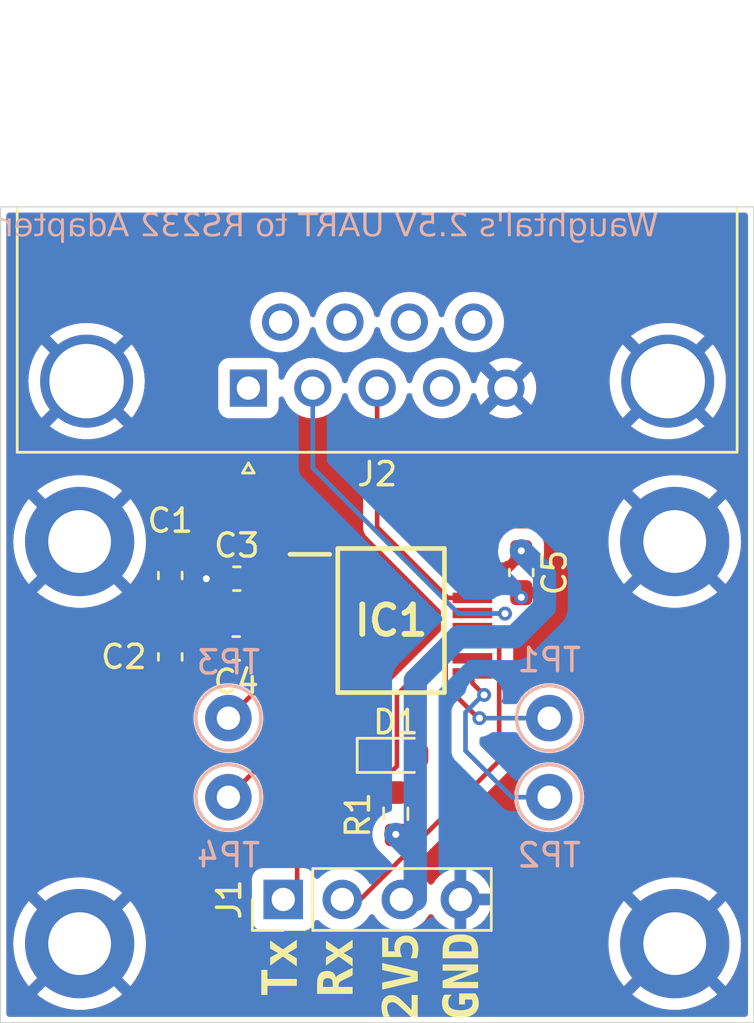
<source format=kicad_pcb>
(kicad_pcb
	(version 20240108)
	(generator "pcbnew")
	(generator_version "8.0")
	(general
		(thickness 1.6)
		(legacy_teardrops no)
	)
	(paper "A4")
	(layers
		(0 "F.Cu" signal)
		(31 "B.Cu" signal)
		(32 "B.Adhes" user "B.Adhesive")
		(33 "F.Adhes" user "F.Adhesive")
		(34 "B.Paste" user)
		(35 "F.Paste" user)
		(36 "B.SilkS" user "B.Silkscreen")
		(37 "F.SilkS" user "F.Silkscreen")
		(38 "B.Mask" user)
		(39 "F.Mask" user)
		(40 "Dwgs.User" user "User.Drawings")
		(41 "Cmts.User" user "User.Comments")
		(42 "Eco1.User" user "User.Eco1")
		(43 "Eco2.User" user "User.Eco2")
		(44 "Edge.Cuts" user)
		(45 "Margin" user)
		(46 "B.CrtYd" user "B.Courtyard")
		(47 "F.CrtYd" user "F.Courtyard")
		(48 "B.Fab" user)
		(49 "F.Fab" user)
		(50 "User.1" user)
		(51 "User.2" user)
		(52 "User.3" user)
		(53 "User.4" user)
		(54 "User.5" user)
		(55 "User.6" user)
		(56 "User.7" user)
		(57 "User.8" user)
		(58 "User.9" user)
	)
	(setup
		(pad_to_mask_clearance 0)
		(allow_soldermask_bridges_in_footprints no)
		(pcbplotparams
			(layerselection 0x00010fc_ffffffff)
			(plot_on_all_layers_selection 0x0000000_00000000)
			(disableapertmacros no)
			(usegerberextensions no)
			(usegerberattributes yes)
			(usegerberadvancedattributes yes)
			(creategerberjobfile yes)
			(dashed_line_dash_ratio 12.000000)
			(dashed_line_gap_ratio 3.000000)
			(svgprecision 4)
			(plotframeref no)
			(viasonmask no)
			(mode 1)
			(useauxorigin no)
			(hpglpennumber 1)
			(hpglpenspeed 20)
			(hpglpendiameter 15.000000)
			(pdf_front_fp_property_popups yes)
			(pdf_back_fp_property_popups yes)
			(dxfpolygonmode yes)
			(dxfimperialunits yes)
			(dxfusepcbnewfont yes)
			(psnegative no)
			(psa4output no)
			(plotreference yes)
			(plotvalue yes)
			(plotfptext yes)
			(plotinvisibletext no)
			(sketchpadsonfab no)
			(subtractmaskfromsilk no)
			(outputformat 1)
			(mirror no)
			(drillshape 0)
			(scaleselection 1)
			(outputdirectory "Manufacturing Output/")
		)
	)
	(net 0 "")
	(net 1 "Net-(IC1-C1-)")
	(net 2 "Net-(IC1-C1+)")
	(net 3 "Net-(IC1-C2-)")
	(net 4 "Net-(IC1-C2+)")
	(net 5 "GND")
	(net 6 "/V+")
	(net 7 "/V-")
	(net 8 "+2V5")
	(net 9 "Net-(D1-A)")
	(net 10 "/TX232")
	(net 11 "Net-(IC1-T2IN)")
	(net 12 "/TX")
	(net 13 "/RX232")
	(net 14 "Net-(IC1-R2IN)")
	(net 15 "/RX")
	(net 16 "Net-(IC1-R2OUT)")
	(net 17 "Net-(IC1-T2OUT)")
	(net 18 "unconnected-(J2-Pad1)")
	(net 19 "unconnected-(J2-Pad7)")
	(net 20 "unconnected-(J2-Pad8)")
	(net 21 "unconnected-(J2-Pad4)")
	(net 22 "unconnected-(J2-Pad9)")
	(net 23 "unconnected-(J2-Pad6)")
	(footprint "Connector_PinHeader_2.54mm:PinHeader_1x04_P2.54mm_Vertical" (layer "F.Cu") (at 120.96 56.8 90))
	(footprint "LED_SMD:LED_0603_1608Metric_Pad1.05x0.95mm_HandSolder" (layer "F.Cu") (at 125.8 50.6))
	(footprint "MountingHole:MountingHole_2.7mm_M2.5_DIN965_Pad" (layer "F.Cu") (at 137.8 41.4))
	(footprint "SamacSys_Parts:SOP65P778X199-16N" (layer "F.Cu") (at 125.6 44.8))
	(footprint "Capacitor_SMD:C_0603_1608Metric_Pad1.08x0.95mm_HandSolder" (layer "F.Cu") (at 116.1 42.8625 -90))
	(footprint "Capacitor_SMD:C_0603_1608Metric_Pad1.08x0.95mm_HandSolder" (layer "F.Cu") (at 116.1 46.3625 -90))
	(footprint "Resistor_SMD:R_0603_1608Metric_Pad0.98x0.95mm_HandSolder" (layer "F.Cu") (at 125.8 53.1125 90))
	(footprint "Capacitor_SMD:C_0603_1608Metric_Pad1.08x0.95mm_HandSolder" (layer "F.Cu") (at 131.2 42.7375 -90))
	(footprint "MountingHole:MountingHole_2.7mm_M2.5_DIN965_Pad" (layer "F.Cu") (at 137.8 58.7))
	(footprint "Capacitor_SMD:C_0603_1608Metric_Pad1.08x0.95mm_HandSolder" (layer "F.Cu") (at 118.9625 43))
	(footprint "Connector_Dsub:DSUB-9_Female_Horizontal_P2.77x2.84mm_EdgePinOffset4.94mm_Housed_MountingHolesOffset7.48mm" (layer "F.Cu") (at 119.46 34.8 180))
	(footprint "Capacitor_SMD:C_0603_1608Metric_Pad1.08x0.95mm_HandSolder" (layer "F.Cu") (at 118.9375 46 180))
	(footprint "TestPoint:TestPoint_Keystone_5000-5004_Miniature" (layer "B.Cu") (at 118.6 49 180))
	(footprint "TestPoint:TestPoint_Keystone_5000-5004_Miniature" (layer "B.Cu") (at 132.4 52.4))
	(footprint "TestPoint:TestPoint_Keystone_5000-5004_Miniature" (layer "B.Cu") (at 118.6 52.4))
	(footprint "TestPoint:TestPoint_Keystone_5000-5004_Miniature" (layer "B.Cu") (at 132.4 49 180))
	(footprint "MountingHole:MountingHole_2.7mm_M2.5_DIN965_Pad" (layer "B.Cu") (at 112.2 41.4 180))
	(footprint "MountingHole:MountingHole_2.7mm_M2.5_DIN965_Pad" (layer "B.Cu") (at 112.2 58.7 180))
	(gr_rect
		(start 108.8 27)
		(end 141.2 62.1)
		(stroke
			(width 0.05)
			(type default)
		)
		(fill none)
		(layer "Edge.Cuts")
		(uuid "8950ae89-9b36-43ed-8e9c-a977d34ebdb6")
	)
	(gr_text "Waughtal's 2.5V UART to RS232 Adapter"
		(at 137.1 27.85 0)
		(layer "B.SilkS")
		(uuid "842e711e-e715-4260-bd63-f4a4b876882e")
		(effects
			(font
				(face "Forte")
				(size 1 1)
				(thickness 0.1)
			)
			(justify left mirror)
		)
		(render_cache "Waughtal's 2.5V UART to RS232 Adapter" 0
			(polygon
				(pts
					(xy 136.593684 27.858579) (xy 136.596371 27.858579) (xy 136.619746 27.903579) (xy 136.643494 27.946896)
					(xy 136.671094 27.99434) (xy 136.699182 28.039586) (xy 136.70628 28.050554) (xy 136.735064 28.093183)
					(xy 136.765442 28.135605) (xy 136.796406 28.175301) (xy 136.821074 28.20345) (xy 136.861888 28.234263)
					(xy 136.884333 28.246437) (xy 136.931423 28.263187) (xy 136.949546 28.265) (xy 136.967864 28.260603)
					(xy 136.985938 28.247658) (xy 137.010359 28.202) (xy 137.024464 28.152785) (xy 137.035378 28.0974)
					(xy 137.042358 28.050799) (xy 137.04848 27.999535) (xy 137.053564 27.944968) (xy 137.05761 27.887097)
					(xy 137.060619 27.825923) (xy 137.062279 27.774606) (xy 137.063275 27.721174) (xy 137.063607 27.665628)
					(xy 137.062951 27.611095) (xy 137.060433 27.553622) (xy 137.056025 27.504838) (xy 137.047209 27.45331)
					(xy 137.036741 27.420896) (xy 137.007761 27.38051) (xy 137.005233 27.378398) (xy 136.960952 27.352662)
					(xy 136.944173 27.345669) (xy 136.896318 27.328539) (xy 136.870411 27.321245) (xy 136.822234 27.312086)
					(xy 136.810327 27.311475) (xy 136.779797 27.321489) (xy 136.768318 27.348845) (xy 136.771004 27.367896)
					(xy 136.780681 27.419247) (xy 136.788254 27.470706) (xy 136.794726 27.523585) (xy 136.797871 27.552543)
					(xy 136.803281 27.603288) (xy 136.808038 27.654255) (xy 136.810083 27.680771) (xy 136.812935 27.730813)
					(xy 136.814979 27.779774) (xy 136.816189 27.815348) (xy 136.817678 27.868409) (xy 136.818784 27.921041)
					(xy 136.819509 27.973243) (xy 136.819609 27.983632) (xy 136.816922 27.986318) (xy 136.786983 27.944026)
					(xy 136.759647 27.901555) (xy 136.750976 27.8874) (xy 136.727041 27.847344) (xy 136.701395 27.803869)
					(xy 136.678726 27.760317) (xy 136.656339 27.714067) (xy 136.645219 27.689563) (xy 136.625665 27.644123)
					(xy 136.623237 27.63754) (xy 136.598424 27.581078) (xy 136.575519 27.530882) (xy 136.54957 27.476949)
					(xy 136.526603 27.432808) (xy 136.499458 27.387459) (xy 136.478157 27.361301) (xy 136.434017 27.33668)
					(xy 136.407815 27.327595) (xy 136.359211 27.315505) (xy 136.31598 27.311475) (xy 136.272993 27.323932)
					(xy 136.255652 27.356905) (xy 136.266093 27.405265) (xy 136.274214 27.430666) (xy 136.289184 27.478427)
					(xy 136.302892 27.528105) (xy 136.315337 27.5797) (xy 136.326521 27.633212) (xy 136.332344 27.664651)
					(xy 136.341005 27.718883) (xy 136.347538 27.770452) (xy 136.351944 27.819355) (xy 136.354375 27.871982)
					(xy 136.35457 27.890819) (xy 136.35271 27.94908) (xy 136.345566 28.005958) (xy 136.330459 28.054344)
					(xy 136.296227 28.089893) (xy 136.278367 28.093053) (xy 136.238123 28.06517) (xy 136.233914 28.059103)
					(xy 136.210447 28.014916) (xy 136.19508 27.972641) (xy 136.182003 27.923373) (xy 136.171703 27.871681)
					(xy 136.168213 27.850275) (xy 136.162095 27.801789) (xy 136.158516 27.75238) (xy 136.157466 27.70666)
					(xy 136.158638 27.65533) (xy 136.161363 27.606123) (xy 136.161618 27.602369) (xy 136.163084 27.571838)
					(xy 136.154974 27.522975) (xy 136.133808 27.478713) (xy 136.103965 27.439142) (xy 136.080041 27.414302)
					(xy 136.040921 27.381715) (xy 136.019469 27.374002) (xy 135.985459 27.413876) (xy 135.975834 27.467751)
					(xy 135.972502 27.523043) (xy 135.972086 27.555474) (xy 135.973395 27.611463) (xy 135.977322 27.666377)
					(xy 135.983867 27.720216) (xy 135.99303 27.77298) (xy 135.999441 27.802648) (xy 136.013274 27.85436)
					(xy 136.028945 27.903066) (xy 136.046453 27.948767) (xy 136.069202 27.998287) (xy 136.094452 28.043715)
					(xy 136.122067 28.086689) (xy 136.153713 28.128291) (xy 136.169678 28.14703) (xy 136.204841 28.18409)
					(xy 136.242347 28.216788) (xy 136.255652 28.226653) (xy 136.300994 28.251481) (xy 136.348513 28.263651)
					(xy 136.371179 28.265) (xy 136.423874 28.259519) (xy 136.474544 28.240253) (xy 136.516095 28.207115)
					(xy 136.538729 28.177316) (xy 136.562772 28.127353) (xy 136.578174 28.073793) (xy 136.58719 28.020573)
					(xy 136.591752 27.971068) (xy 136.59363 27.916875) (xy 136.593684 27.905474)
				)
			)
			(polygon
				(pts
					(xy 135.468827 27.594) (xy 135.522103 27.60325) (xy 135.569545 27.618933) (xy 135.617759 27.641698)
					(xy 135.659699 27.666849) (xy 135.686413 27.685346) (xy 135.730371 27.72005) (xy 135.770776 27.757721)
					(xy 135.807629 27.798362) (xy 135.840928 27.841971) (xy 135.866158 27.88177) (xy 135.889779 27.926155)
					(xy 135.909071 27.971175) (xy 135.914853 27.987326) (xy 135.92832 28.03602) (xy 135.93374 28.084993)
					(xy 135.930611 28.122377) (xy 135.914181 28.172099) (xy 135.88367 28.214197) (xy 135.853263 28.238755)
					(xy 135.806168 28.258996) (xy 135.75642 28.265) (xy 135.722105 28.26126) (xy 135.673866 28.24546)
					(xy 135.656638 28.237145) (xy 135.614236 28.210064) (xy 135.575436 28.178293) (xy 135.568739 28.172204)
					(xy 135.530441 28.134964) (xy 135.49347 28.095598) (xy 135.458443 28.055683) (xy 135.455629 28.058262)
					(xy 135.456978 28.087923) (xy 135.456875 28.098818) (xy 135.451917 28.156921) (xy 135.436735 28.208972)
					(xy 135.402344 28.250993) (xy 135.351221 28.265) (xy 135.321969 28.262286) (xy 135.274284 28.245704)
					(xy 135.233095 28.21893) (xy 135.19515 28.184888) (xy 135.200935 28.168615) (xy 135.212979 28.119431)
					(xy 135.217131 28.085725) (xy 135.219818 28.0486) (xy 135.220551 28.000729) (xy 135.220352 27.973796)
					(xy 135.218929 27.921483) (xy 135.21737 27.890087) (xy 135.411549 27.890087) (xy 135.430111 27.905474)
					(xy 135.438547 27.914189) (xy 135.475234 27.950741) (xy 135.513549 27.986232) (xy 135.552721 28.019047)
					(xy 135.580634 28.039709) (xy 135.627215 28.061789) (xy 135.66605 28.036632) (xy 135.673488 28.021301)
					(xy 135.681437 27.972641) (xy 135.677788 27.934735) (xy 135.663774 27.885093) (xy 135.644068 27.840261)
					(xy 135.634313 27.821695) (xy 135.606321 27.77578) (xy 135.576723 27.735069) (xy 135.542951 27.694937)
					(xy 135.509246 27.671001) (xy 135.486531 27.696158) (xy 135.484127 27.702531) (xy 135.476273 27.751845)
					(xy 135.477621 27.771978) (xy 135.491252 27.820958) (xy 135.514619 27.865174) (xy 135.52561 27.891308)
					(xy 135.498743 27.905474) (xy 135.476328 27.903176) (xy 135.42718 27.891552) (xy 135.414235 27.8874)
					(xy 135.411549 27.890087) (xy 135.21737 27.890087) (xy 135.216399 27.870547) (xy 135.212979 27.841727)
					(xy 135.222749 27.804113) (xy 135.269399 27.796053) (xy 135.252283 27.764283) (xy 135.241311 27.714232)
					(xy 135.241533 27.707738) (xy 135.25924 27.660874) (xy 135.297976 27.627281) (xy 135.340627 27.607674)
					(xy 135.390666 27.596206) (xy 135.442568 27.592843)
				)
			)
			(polygon
				(pts
					(xy 134.729867 28.045914) (xy 134.741591 28.055439) (xy 134.782349 28.086609) (xy 134.787508 28.09061)
					(xy 134.826969 28.121171) (xy 134.867019 28.151538) (xy 134.909725 28.18288) (xy 134.923551 28.192704)
					(xy 134.966942 28.221615) (xy 135.010454 28.24654) (xy 135.0127 28.247658) (xy 135.06007 28.26417)
					(xy 135.070341 28.265) (xy 135.117786 28.247826) (xy 135.129937 28.234469) (xy 135.149037 28.189151)
					(xy 135.152163 28.15509) (xy 135.149754 28.100999) (xy 135.143466 28.04779) (xy 135.134601 27.996892)
					(xy 135.127494 27.96336) (xy 135.115872 27.915533) (xy 135.10259 27.86801) (xy 135.087649 27.820792)
					(xy 135.071047 27.773877) (xy 135.060816 27.747205) (xy 135.039734 27.699988) (xy 135.013207 27.656787)
					(xy 134.976398 27.618929) (xy 134.94822 27.603101) (xy 134.899102 27.592933) (xy 134.893265 27.592843)
					(xy 134.843572 27.604414) (xy 134.823168 27.61971) (xy 134.798925 27.664512) (xy 134.796301 27.690296)
					(xy 134.802562 27.739407) (xy 134.806559 27.753799) (xy 134.824248 27.800377) (xy 134.839532 27.833178)
					(xy 134.847836 27.852718) (xy 134.870867 27.903217) (xy 134.890261 27.94931) (xy 134.906019 27.997775)
					(xy 134.906943 28.006102) (xy 134.895952 28.021978) (xy 134.86933 28.008056) (xy 134.834388 27.973618)
					(xy 134.818283 27.956277) (xy 134.784757 27.919354) (xy 134.757955 27.892529) (xy 134.732554 27.867616)
					(xy 134.710572 27.844658) (xy 134.673563 27.80995) (xy 134.633788 27.775506) (xy 134.597243 27.747937)
					(xy 134.552575 27.723646) (xy 134.524459 27.717896) (xy 134.481579 27.74471) (xy 134.469987 27.795927)
					(xy 134.469504 27.812906) (xy 134.472486 27.862601) (xy 134.474389 27.883248) (xy 134.478285 27.93612)
					(xy 134.481119 27.989339) (xy 134.482417 28.041157) (xy 134.482449 28.049822) (xy 134.481472 28.074734)
					(xy 134.480983 28.103799) (xy 134.476232 28.152686) (xy 134.474389 28.174141) (xy 134.469504 28.212976)
					(xy 134.504345 28.248371) (xy 134.506629 28.249368) (xy 134.554762 28.26242) (xy 134.592358 28.265)
					(xy 134.640958 28.258714) (xy 134.66905 28.24717) (xy 134.705551 28.214573) (xy 134.717411 28.194413)
					(xy 134.731074 28.147309) (xy 134.733775 28.108928) (xy 134.732554 28.086946)
				)
			)
			(polygon
				(pts
					(xy 133.924791 27.61008) (xy 133.97501 27.61851) (xy 134.026234 27.634166) (xy 134.072609 27.654148)
					(xy 134.118329 27.678862) (xy 134.162185 27.707332) (xy 134.20418 27.739557) (xy 134.244312 27.775537)
					(xy 134.281498 27.814204) (xy 134.314898 27.854733) (xy 134.344513 27.897124) (xy 134.370341 27.941378)
					(xy 134.381504 27.963821) (xy 134.401178 28.013678) (xy 134.413318 28.062645) (xy 134.417969 28.116011)
					(xy 134.41767 28.128502) (xy 134.408387 28.180434) (xy 134.384019 28.224455) (xy 134.344635 28.254863)
					(xy 134.294382 28.265) (xy 134.268248 28.262633) (xy 134.221092 28.248696) (xy 134.176657 28.227142)
					(xy 134.163521 28.219561) (xy 134.118703 28.191021) (xy 134.078234 28.162812) (xy 134.032857 28.129345)
					(xy 133.990055 28.096472) (xy 133.97882 28.087679) (xy 133.972226 28.082062) (xy 133.953663 28.068384)
					(xy 133.953937 28.072862) (xy 133.957815 28.123094) (xy 133.961253 28.146669) (xy 133.970343 28.195132)
					(xy 133.982387 28.245347) (xy 133.997385 28.297313) (xy 134.015337 28.351032) (xy 134.032554 28.397135)
					(xy 134.05307 28.435481) (xy 134.071877 28.452578) (xy 134.073622 28.452392) (xy 134.086287 28.404951)
					(xy 134.081806 28.357408) (xy 134.070411 28.308475) (xy 134.055632 28.263535) (xy 134.034019 28.216884)
					(xy 134.025715 28.198077) (xy 134.029134 28.190505) (xy 134.036706 28.186842) (xy 134.066259 28.196856)
					(xy 134.097469 28.212646) (xy 134.142295 28.238505) (xy 134.185207 28.268472) (xy 134.223551 28.302857)
					(xy 134.240393 28.321672) (xy 134.266294 28.364162) (xy 134.274204 28.384047) (xy 134.282658 28.433283)
					(xy 134.273255 28.480177) (xy 134.245045 28.522187) (xy 134.207299 28.550763) (xy 134.159071 28.561999)
					(xy 134.116759 28.557064) (xy 134.069078 28.542258) (xy 134.021074 28.520233) (xy 134.006193 28.512302)
					(xy 133.964334 28.486757) (xy 133.922717 28.455291) (xy 133.886252 28.420582) (xy 133.852638 28.380297)
					(xy 133.823115 28.336624) (xy 133.797684 28.289561) (xy 133.776343 28.23911) (xy 133.766729 28.212901)
					(xy 133.750597 28.164043) (xy 133.735972 28.113021) (xy 133.722854 28.059836) (xy 133.712228 28.008929)
					(xy 133.7045 27.960253) (xy 133.70159 27.91945) (xy 133.920009 27.91945) (xy 133.95941 27.952579)
					(xy 133.996762 27.985142) (xy 134.032554 28.018558) (xy 134.046601 28.031871) (xy 134.085986 28.06679)
					(xy 134.129274 28.093053) (xy 134.149302 28.05031) (xy 134.144476 28.001016) (xy 134.132205 27.952369)
					(xy 134.126458 27.935278) (xy 134.106876 27.887486) (xy 134.084089 27.843192) (xy 134.078238 27.833065)
					(xy 134.050028 27.789267) (xy 134.018143 27.74867) (xy 133.980465 27.710866) (xy 133.935833 27.686632)
					(xy 133.922644 27.696402) (xy 133.923133 27.700066) (xy 133.92411 27.704951) (xy 133.925331 27.722536)
					(xy 133.931742 27.764729) (xy 133.94658 27.811685) (xy 133.96303 27.848429) (xy 133.991277 27.890819)
					(xy 134.000314 27.907672) (xy 133.965143 27.921106) (xy 133.93217 27.91964) (xy 133.921179 27.918175)
					(xy 133.920009 27.91945) (xy 133.70159 27.91945) (xy 133.700872 27.909382) (xy 133.714061 27.860778)
					(xy 133.755094 27.842948) (xy 133.743836 27.821298) (xy 133.724602 27.773911) (xy 133.716015 27.723757)
					(xy 133.72725 27.673321) (xy 133.760956 27.637295) (xy 133.793051 27.622097) (xy 133.842143 27.611289)
					(xy 133.89187 27.608475)
				)
			)
			(polygon
				(pts
					(xy 133.180635 27.425781) (xy 133.180635 27.415034) (xy 133.187473 27.389633) (xy 133.215317 27.417233)
					(xy 133.240459 27.459836) (xy 133.249267 27.478293) (xy 133.269847 27.527308) (xy 133.288997 27.577907)
					(xy 133.30482 27.624214) (xy 133.315945 27.659766) (xy 133.329546 27.707622) (xy 133.34153 27.755448)
					(xy 133.351895 27.803243) (xy 133.360642 27.851008) (xy 133.367854 27.899799) (xy 133.372365 27.931364)
					(xy 133.368946 27.93405) (xy 133.333103 27.897218) (xy 133.296799 27.861121) (xy 133.266608 27.832934)
					(xy 133.227957 27.80106) (xy 133.186022 27.769765) (xy 133.179413 27.765034) (xy 133.135839 27.738197)
					(xy 133.088395 27.720151) (xy 133.068039 27.717896) (xy 133.024563 27.738412) (xy 133.009176 27.786097)
					(xy 133.008932 27.794832) (xy 133.01529 27.845001) (xy 133.017236 27.854427) (xy 133.024835 27.903061)
					(xy 133.030239 27.95481) (xy 133.031646 27.992424) (xy 133.028236 28.041314) (xy 133.027494 28.046646)
					(xy 133.016169 28.095172) (xy 133.00478 28.136039) (xy 132.99078 28.183689) (xy 132.988904 28.192948)
					(xy 133.011618 28.216395) (xy 133.055988 28.242026) (xy 133.102204 28.259256) (xy 133.145708 28.265)
					(xy 133.193599 28.250937) (xy 133.227041 28.215174) (xy 133.247282 28.169534) (xy 133.256808 28.118604)
					(xy 133.258304 28.084993) (xy 133.255302 28.0351) (xy 133.251953 28.0083) (xy 133.255373 28.005369)
					(xy 133.295018 28.04159) (xy 133.332742 28.076174) (xy 133.371403 28.111861) (xy 133.386043 28.125537)
					(xy 133.422905 28.165714) (xy 133.463502 28.204938) (xy 133.505852 28.238305) (xy 133.552369 28.261595)
					(xy 133.574354 28.265) (xy 133.616474 28.238395) (xy 133.62418 28.224699) (xy 133.638834 28.178049)
					(xy 133.643643 28.127212) (xy 133.643719 28.119187) (xy 133.640696 28.064157) (xy 133.63356 28.014128)
					(xy 133.622226 27.960307) (xy 133.606693 27.902692) (xy 133.591245 27.853871) (xy 133.57311 27.802622)
					(xy 133.557745 27.762592) (xy 133.538183 27.715773) (xy 133.517963 27.670114) (xy 133.497087 27.625613)
					(xy 133.485205 27.601392) (xy 133.46142 27.555229) (xy 133.436028 27.509243) (xy 133.411444 27.468279)
					(xy 133.382095 27.427209) (xy 133.358199 27.399647) (xy 133.321444 27.365171) (xy 133.302023 27.350554)
					(xy 133.258609 27.326649) (xy 133.243893 27.321245) (xy 133.195869 27.311819) (xy 133.184787 27.311475)
					(xy 133.133461 27.317864) (xy 133.086463 27.339203) (xy 133.064863 27.356905) (xy 133.034817 27.398008)
					(xy 133.020089 27.447496) (xy 133.018457 27.473164) (xy 133.02554 27.524272) (xy 133.043359 27.571496)
					(xy 133.046789 27.578433) (xy 133.07336 27.622752) (xy 133.104541 27.662016) (xy 133.12568 27.68419)
					(xy 133.164732 27.717592) (xy 133.198953 27.740366) (xy 133.244704 27.761904) (xy 133.262456 27.76479)
					(xy 133.274912 27.76015) (xy 133.280286 27.747693) (xy 133.262456 27.703241) (xy 133.240673 27.658589)
					(xy 133.221912 27.611406) (xy 133.20621 27.564823) (xy 133.193434 27.517299) (xy 133.191381 27.508091)
					(xy 133.182692 27.458005)
				)
			)
			(polygon
				(pts
					(xy 132.812805 27.592843) (xy 132.810118 27.584539) (xy 132.790839 27.532276) (xy 132.770265 27.48142)
					(xy 132.748981 27.43552) (xy 132.731716 27.404776) (xy 132.697931 27.368163) (xy 132.687752 27.360812)
					(xy 132.642759 27.337772) (xy 132.594201 27.327239) (xy 132.588346 27.327107) (xy 132.546336 27.340296)
					(xy 132.531926 27.378154) (xy 132.546531 27.426415) (xy 132.552442 27.439703) (xy 132.570796 27.485053)
					(xy 132.587836 27.533539) (xy 132.602502 27.58456) (xy 132.60471 27.593576) (xy 132.581995 27.597728)
					(xy 132.533859 27.60894) (xy 132.528018 27.611894) (xy 132.514829 27.640226) (xy 132.524418 27.689764)
					(xy 132.533391 27.707637) (xy 132.567692 27.744823) (xy 132.581995 27.753066) (xy 132.631867 27.764607)
					(xy 132.655512 27.766744) (xy 132.668215 27.815531) (xy 132.67554 27.84881) (xy 132.681587 27.899585)
					(xy 132.686888 27.951334) (xy 132.689218 27.975816) (xy 132.693305 28.026012) (xy 132.69337 28.032725)
					(xy 132.686806 28.086473) (xy 132.66014 28.132064) (xy 132.612961 28.153659) (xy 132.588346 28.155579)
					(xy 132.584193 28.155579) (xy 132.581995 28.155579) (xy 132.569783 28.158998) (xy 132.59323 28.189528)
					(xy 132.632467 28.22013) (xy 132.644521 28.22763) (xy 132.690834 28.248449) (xy 132.710467 28.254741)
					(xy 132.760109 28.264358) (xy 132.774947 28.265) (xy 132.825322 28.258508) (xy 132.871213 28.236825)
					(xy 132.892184 28.218838) (xy 132.921281 28.176413) (xy 132.934974 28.128523) (xy 132.937124 28.096716)
					(xy 132.932905 28.04712) (xy 132.925157 28.000484) (xy 132.915341 27.951411) (xy 132.903663 27.897983)
					(xy 132.892432 27.849195) (xy 132.887787 27.829515) (xy 132.878995 27.789703) (xy 132.873377 27.76479)
					(xy 132.912456 27.753555) (xy 132.92418 27.718872) (xy 132.912469 27.670622) (xy 132.890963 27.639494)
					(xy 132.852239 27.607716)
				)
			)
			(polygon
				(pts
					(xy 132.004487 27.594) (xy 132.057762 27.60325) (xy 132.105205 27.618933) (xy 132.153419 27.641698)
					(xy 132.195359 27.666849) (xy 132.222073 27.685346) (xy 132.266031 27.72005) (xy 132.306436 27.757721)
					(xy 132.343288 27.798362) (xy 132.376587 27.841971) (xy 132.401818 27.88177) (xy 132.425439 27.926155)
					(xy 132.444731 27.971175) (xy 132.450513 27.987326) (xy 132.463979 28.03602) (xy 132.469399 28.084993)
					(xy 132.46627 28.122377) (xy 132.449841 28.172099) (xy 132.41933 28.214197) (xy 132.388922 28.238755)
					(xy 132.341827 28.258996) (xy 132.292079 28.265) (xy 132.257765 28.26126) (xy 132.209525 28.24546)
					(xy 132.192297 28.237145) (xy 132.149895 28.210064) (xy 132.111095 28.178293) (xy 132.104398 28.172204)
					(xy 132.0661 28.134964) (xy 132.02913 28.095598) (xy 131.994103 28.055683) (xy 131.991289 28.058262)
					(xy 131.992637 28.087923) (xy 131.992534 28.098818) (xy 131.987577 28.156921) (xy 131.972395 28.208972)
					(xy 131.938003 28.250993) (xy 131.88688 28.265) (xy 131.857628 28.262286) (xy 131.809944 28.245704)
					(xy 131.768755 28.21893) (xy 131.730809 28.184888) (xy 131.736594 28.168615) (xy 131.748639 28.119431)
					(xy 131.752791 28.085725) (xy 131.755478 28.0486) (xy 131.75621 28.000729) (xy 131.756012 27.973796)
					(xy 131.754588 27.921483) (xy 131.753029 27.890087) (xy 131.947208 27.890087) (xy 131.965771 27.905474)
					(xy 131.974207 27.914189) (xy 132.010893 27.950741) (xy 132.049209 27.986232) (xy 132.088381 28.019047)
					(xy 132.116294 28.039709) (xy 132.162875 28.061789) (xy 132.201709 28.036632) (xy 132.209147 28.021301)
					(xy 132.217096 27.972641) (xy 132.213447 27.934735) (xy 132.199434 27.885093) (xy 132.179727 27.840261)
					(xy 132.169973 27.821695) (xy 132.14198 27.77578) (xy 132.112382 27.735069) (xy 132.078611 27.694937)
					(xy 132.044905 27.671001) (xy 132.022191 27.696158) (xy 132.019786 27.702531) (xy 132.011933 27.751845)
					(xy 132.013281 27.771978) (xy 132.026911 27.820958) (xy 132.050279 27.865174) (xy 132.06127 27.891308)
					(xy 132.034403 27.905474) (xy 132.011988 27.903176) (xy 131.96284 27.891552) (xy 131.949895 27.8874)
					(xy 131.947208 27.890087) (xy 131.753029 27.890087) (xy 131.752058 27.870547) (xy 131.748639 27.841727)
					(xy 131.758408 27.804113) (xy 131.805059 27.796053) (xy 131.787943 27.764283) (xy 131.776971 27.714232)
					(xy 131.777192 27.707738) (xy 131.7949 27.660874) (xy 131.833635 27.627281) (xy 131.876286 27.607674)
					(xy 131.926325 27.596206) (xy 131.978227 27.592843)
				)
			)
			(polygon
				(pts
					(xy 131.319016 27.74403) (xy 131.304324 27.697131) (xy 131.291023 27.649035) (xy 131.279113 27.599741)
					(xy 131.273098 27.571838) (xy 131.263309 27.519765) (xy 131.256348 27.468108) (xy 131.254535 27.434085)
					(xy 131.261374 27.420896) (xy 131.293324 27.459979) (xy 131.299965 27.471943) (xy 131.322217 27.516936)
					(xy 131.341104 27.562584) (xy 131.345882 27.575746) (xy 131.362435 27.624716) (xy 131.379234 27.676046)
					(xy 131.395433 27.727879) (xy 131.407431 27.768698) (xy 131.42065 27.818538) (xy 131.431515 27.866326)
					(xy 131.437229 27.897658) (xy 131.443014 27.946914) (xy 131.445258 27.997135) (xy 131.445289 28.003904)
					(xy 131.440976 28.054083) (xy 131.435275 28.071803) (xy 131.403279 28.093053) (xy 131.355428 28.081687)
					(xy 131.319016 28.060812) (xy 131.279759 28.028722) (xy 131.246488 27.991975) (xy 131.234508 27.97606)
					(xy 131.19999 27.940577) (xy 131.188346 27.936737) (xy 131.167096 27.96971) (xy 131.172551 28.019009)
					(xy 131.188915 28.067501) (xy 131.213258 28.110882) (xy 131.244557 28.151249) (xy 131.281055 28.186559)
					(xy 131.322753 28.216813) (xy 131.331716 28.222257) (xy 131.37734 28.244797) (xy 131.428187 28.259949)
					(xy 131.479727 28.265) (xy 131.52921 28.260363) (xy 131.577801 28.244334) (xy 131.619666 28.216857)
					(xy 131.630914 28.206381) (xy 131.661697 28.166239) (xy 131.681079 28.119083) (xy 131.688775 28.070648)
					(xy 131.689288 28.053241) (xy 131.686068 28.002274) (xy 131.677664 27.951999) (xy 131.665814 27.903807)
					(xy 131.656315 27.872013) (xy 131.638439 27.82002) (xy 131.620519 27.774375) (xy 131.600472 27.728591)
					(xy 131.578298 27.682666) (xy 131.568143 27.662941) (xy 131.543384 27.617833) (xy 131.51762 27.574618)
					(xy 131.490851 27.533296) (xy 131.459027 27.48839) (xy 131.446755 27.472187) (xy 131.413873 27.431933)
					(xy 131.377101 27.392595) (xy 131.34056 27.359556) (xy 131.316329 27.341029) (xy 131.271479 27.317969)
					(xy 131.227669 27.311475) (xy 131.17997 27.322558) (xy 131.160502 27.334923) (xy 131.128083 27.371483)
					(xy 131.113852 27.40038) (xy 131.100422 27.450225) (xy 131.097243 27.492948) (xy 131.099884 27.547475)
					(xy 131.107807 27.601392) (xy 131.121011 27.654698) (xy 131.139497 27.707393) (xy 131.1627 27.758043)
					(xy 131.190055 27.805212) (xy 131.221563 27.848901) (xy 131.257222 27.88911) (xy 131.294352 27.923815)
					(xy 131.325854 27.946995) (xy 131.37078 27.966687) (xy 131.38374 27.968) (xy 131.407676 27.948461)
					(xy 131.389846 27.906939) (xy 131.365406 27.860425) (xy 131.345233 27.814922) (xy 131.333426 27.786039)
					(xy 131.32732 27.769187)
				)
			)
			(polygon
				(pts
					(xy 130.903314 27.608475) (xy 130.895254 27.418454) (xy 130.859351 27.248949) (xy 130.719399 27.248949)
					(xy 130.754326 27.418942) (xy 130.82711 27.608475)
				)
			)
			(polygon
				(pts
					(xy 130.577739 28.296263) (xy 130.52992 28.279299) (xy 130.503977 28.255474) (xy 130.477868 28.212611)
					(xy 130.470516 28.171699) (xy 130.486965 28.125666) (xy 130.490544 28.122117) (xy 130.534462 28.096272)
					(xy 130.581454 28.080215) (xy 130.586043 28.078886) (xy 130.635868 28.062217) (xy 130.680536 28.042442)
					(xy 130.72134 28.014392) (xy 130.728192 28.007079) (xy 130.753888 27.965187) (xy 130.758967 27.931364)
					(xy 130.753362 27.881905) (xy 130.736546 27.832445) (xy 130.711827 27.787932) (xy 130.70157 27.773094)
					(xy 130.666772 27.730842) (xy 130.626952 27.69311) (xy 130.587338 27.663365) (xy 130.555024 27.643401)
					(xy 130.510251 27.621282) (xy 130.459699 27.603952) (xy 130.408954 27.594621) (xy 130.375017 27.592843)
					(xy 130.32479 27.600162) (xy 130.292707 27.613604) (xy 130.252478 27.642789) (xy 130.231402 27.668314)
					(xy 130.211372 27.715398) (xy 130.208688 27.742076) (xy 130.218419 27.792279) (xy 130.2336 27.823408)
					(xy 130.263395 27.864046) (xy 130.295638 27.893262) (xy 130.338722 27.91651) (xy 130.366713 27.921106)
					(xy 130.400174 27.912557) (xy 130.414096 27.89375) (xy 130.408722 27.864441) (xy 130.398371 27.813244)
					(xy 130.393639 27.762289) (xy 130.393579 27.756486) (xy 130.401848 27.707198) (xy 130.419713 27.671001)
					(xy 130.456991 27.703195) (xy 130.463677 27.711301) (xy 130.490374 27.753352) (xy 130.503977 27.785795)
					(xy 130.517233 27.834626) (xy 130.519853 27.866151) (xy 130.508618 27.909138) (xy 130.471737 27.935516)
					(xy 130.423671 27.950775) (xy 130.393579 27.958475) (xy 130.344092 27.97167) (xy 130.294734 27.98811)
					(xy 130.270481 27.999019) (xy 130.24508 28.01807) (xy 130.221498 28.062516) (xy 130.218946 28.087679)
					(xy 130.227287 28.136223) (xy 130.248499 28.179515) (xy 130.280529 28.220681) (xy 130.317807 28.256859)
					(xy 130.339846 28.275258) (xy 130.381014 28.305578) (xy 130.426189 28.332099) (xy 130.471249 28.351461)
					(xy 130.522082 28.365452) (xy 130.572058 28.372604) (xy 130.615352 28.37442) (xy 130.668085 28.370058)
					(xy 130.714826 28.355488) (xy 130.735519 28.343401) (xy 130.768126 28.306704) (xy 130.778995 28.258649)
					(xy 130.767737 28.21085) (xy 130.750174 28.181713) (xy 130.715554 28.144068) (xy 130.678367 28.117721)
					(xy 130.633245 28.098473) (xy 130.594347 28.093053) (xy 130.563328 28.108684) (xy 130.572121 28.134085)
					(xy 130.590487 28.18006) (xy 130.598883 28.228481) (xy 130.598988 28.234225) (xy 130.586018 28.283193)
				)
			)
			(polygon
				(pts
					(xy 129.592951 27.916465) (xy 129.58196 27.902787) (xy 129.553121 27.858872) (xy 129.525765 27.815835)
					(xy 129.516015 27.799717) (xy 129.493951 27.755178) (xy 129.484996 27.73084) (xy 129.472724 27.683095)
					(xy 129.467966 27.63374) (xy 129.467899 27.627037) (xy 129.471897 27.576247) (xy 129.482065 27.544483)
					(xy 129.516412 27.508579) (xy 129.533845 27.499054) (xy 129.559218 27.542894) (xy 129.575194 27.593507)
					(xy 129.581538 27.644851) (xy 129.58196 27.663185) (xy 129.576904 27.711976) (xy 129.569016 27.742076)
					(xy 129.563398 27.761859) (xy 129.584647 27.780422) (xy 129.632847 27.766468) (xy 129.636915 27.764546)
					(xy 129.678745 27.739144) (xy 129.686985 27.731817) (xy 129.713825 27.690974) (xy 129.718736 27.679305)
					(xy 129.729983 27.630464) (xy 129.730949 27.610184) (xy 129.725575 27.560115) (xy 129.709455 27.512487)
					(xy 129.683382 27.46889) (xy 129.648639 27.431399) (xy 129.608607 27.40244) (xy 129.562243 27.380136)
					(xy 129.555582 27.377665) (xy 129.507089 27.364475) (xy 129.456072 27.358672) (xy 129.441032 27.35837)
					(xy 129.390256 27.363326) (xy 129.343499 27.378192) (xy 129.330879 27.38426) (xy 129.288622 27.412825)
					(xy 129.255273 27.449976) (xy 129.2515 27.455579) (xy 129.230287 27.499657) (xy 129.221975 27.550459)
					(xy 129.221946 27.553764) (xy 129.227371 27.602849) (xy 129.237334 27.638517) (xy 129.25724 27.686083)
					(xy 129.28207 27.732011) (xy 129.286182 27.7389) (xy 129.313774 27.782166) (xy 129.343774 27.824783)
					(xy 129.371667 27.861755) (xy 129.40242 27.900485) (xy 129.435878 27.940838) (xy 129.467889 27.978069)
					(xy 129.4933 28.006835) (xy 129.506978 28.023199) (xy 129.518702 28.036144) (xy 129.46903 28.04518)
					(xy 129.439811 28.046158) (xy 129.389497 28.044509) (xy 129.339183 28.039563) (xy 129.289183 28.030556)
					(xy 129.259804 28.021734) (xy 129.234403 28.014895) (xy 129.227564 28.019291) (xy 129.241659 28.066961)
					(xy 129.260293 28.10209) (xy 129.28721 28.144349) (xy 129.319571 28.185197) (xy 129.328436 28.194658)
					(xy 129.369286 28.226348) (xy 129.414348 28.247074) (xy 129.417585 28.248147) (xy 129.467567 28.259667)
					(xy 129.51785 28.264407) (xy 129.545568 28.265) (xy 129.598222 28.262894) (xy 129.65165 28.255614)
					(xy 129.699735 28.243135) (xy 129.713119 28.238377) (xy 129.758504 28.214932) (xy 129.783217 28.174141)
					(xy 129.760805 28.128555) (xy 129.728987 28.089003) (xy 129.712386 28.070338) (xy 129.679002 28.031439)
					(xy 129.647696 27.992655) (xy 129.621039 27.957498) (xy 129.615422 27.949438) (xy 129.609804 27.941622)
					(xy 129.60321 27.930875)
				)
			)
			(polygon
				(pts
					(xy 129.099581 28.265) (xy 129.147797 28.253074) (xy 129.161374 28.222745) (xy 129.154535 28.182445)
					(xy 129.140125 28.138726) (xy 129.116763 28.093589) (xy 129.102267 28.0762) (xy 129.05928 28.050726)
					(xy 129.042916 28.044448) (xy 128.994981 28.032171) (xy 128.973063 28.030526) (xy 128.932598 28.060937)
					(xy 128.930565 28.080352) (xy 128.936468 28.129282) (xy 128.951135 28.17898) (xy 128.957431 28.195635)
					(xy 128.973551 28.224455) (xy 129.004082 28.242041) (xy 129.051092 28.257735)
				)
			)
			(polygon
				(pts
					(xy 128.561758 27.53911) (xy 128.612561 27.643646) (xy 128.609874 27.646821) (xy 128.563834 27.629235)
					(xy 128.523412 27.617512) (xy 128.474355 27.609543) (xy 128.449162 27.608475) (xy 128.399572 27.611933)
					(xy 128.347935 27.625553) (xy 128.302861 27.652194) (xy 128.27101 27.689964) (xy 128.253859 27.737694)
					(xy 128.250593 27.775048) (xy 128.255077 27.82592) (xy 128.262072 27.858091) (xy 128.27718 27.90475)
					(xy 128.295778 27.946263) (xy 128.320263 27.990287) (xy 128.349267 28.033457) (xy 128.381796 28.074104)
					(xy 128.415197 28.110634) (xy 128.426448 28.122117) (xy 128.464386 28.157482) (xy 128.502362 28.188286)
					(xy 128.544604 28.217166) (xy 128.561514 28.227142) (xy 128.606353 28.248696) (xy 128.655028 28.262633)
					(xy 128.682658 28.265) (xy 128.733423 28.258478) (xy 128.759595 28.249856) (xy 128.803387 28.226062)
					(xy 128.826273 28.207114) (xy 128.857231 28.16394) (xy 128.873057 28.114166) (xy 128.877076 28.066186)
					(xy 128.873698 28.015686) (xy 128.861566 27.964098) (xy 128.840611 27.919042) (xy 128.806489 27.876165)
					(xy 128.768387 27.844352) (xy 128.724424 27.818768) (xy 128.677716 27.801044) (xy 128.642114 27.796053)
					(xy 128.605233 27.81657) (xy 128.605233 27.818524) (xy 128.636241 27.857774) (xy 128.649441 27.877386)
					(xy 128.67211 27.922998) (xy 128.679972 27.942355) (xy 128.695268 27.991859) (xy 128.703664 28.041471)
					(xy 128.706812 28.095471) (xy 128.706838 28.101113) (xy 128.700667 28.151427) (xy 128.67875 28.17121)
					(xy 128.63078 28.154609) (xy 128.599616 28.128712) (xy 128.56638 28.088813) (xy 128.538991 28.046505)
					(xy 128.518771 28.007812) (xy 128.499164 27.960874) (xy 128.486485 27.912099) (xy 128.484333 27.88569)
					(xy 128.48917 27.834981) (xy 128.508404 27.78917) (xy 128.513642 27.78262) (xy 128.557391 27.755563)
					(xy 128.606699 27.749159) (xy 128.657741 27.753033) (xy 128.702686 27.76015) (xy 128.737857 27.76479)
					(xy 128.771074 27.751845) (xy 128.784508 27.718384) (xy 128.774066 27.669841) (xy 128.765945 27.643646)
					(xy 128.750985 27.596537) (xy 128.733717 27.546241) (xy 128.715986 27.498804) (xy 128.703907 27.468768)
					(xy 128.7 27.458998) (xy 128.688276 27.433108) (xy 128.666129 27.387319) (xy 128.652861 27.371071)
					(xy 128.604268 27.358482) (xy 128.596929 27.35837) (xy 128.543144 27.358499) (xy 128.489174 27.35896)
					(xy 128.438019 27.359881) (xy 128.401046 27.361057) (xy 128.374912 27.362278) (xy 128.36612 27.362278)
					(xy 128.316546 27.366674) (xy 128.296022 27.371071) (xy 128.277459 27.389633) (xy 128.293091 27.424316)
					(xy 128.325442 27.462624) (xy 128.330949 27.467791) (xy 128.370211 27.500947) (xy 128.410816 27.525676)
					(xy 128.459112 27.542603) (xy 128.49166 27.545949) (xy 128.541349 27.542299) (xy 128.545882 27.541796)
					(xy 128.557606 27.53911)
				)
			)
			(polygon
				(pts
					(xy 127.626552 27.405265) (xy 127.590452 27.371083) (xy 127.550837 27.338831) (xy 127.508568 27.313185)
					(xy 127.500279 27.311475) (xy 127.47903 27.353729) (xy 127.481716 27.405204) (xy 127.488475 27.45375)
					(xy 127.489776 27.460952) (xy 127.500509 27.510921) (xy 127.514326 27.559954) (xy 127.518841 27.573792)
					(xy 127.53519 27.621969) (xy 127.553951 27.672711) (xy 127.572345 27.719213) (xy 127.592586 27.767679)
					(xy 127.598709 27.781887) (xy 127.620165 27.830482) (xy 127.641364 27.876248) (xy 127.665277 27.925089)
					(xy 127.688854 27.970236) (xy 127.694696 27.980945) (xy 127.719918 28.024188) (xy 127.747443 28.069318)
					(xy 127.773098 28.11015) (xy 127.802288 28.152459) (xy 127.834452 28.190477) (xy 127.84002 28.195879)
					(xy 127.880836 28.226161) (xy 127.90963 28.240575) (xy 127.957761 28.256375) (xy 127.971423 28.259382)
					(xy 128.021023 28.264994) (xy 128.022226 28.265) (xy 128.069777 28.252097) (xy 128.074494 28.248147)
					(xy 128.099719 28.206091) (xy 128.113572 28.168035) (xy 128.126901 28.120036) (xy 128.138978 28.069413)
					(xy 128.149778 28.018511) (xy 128.156559 27.983876) (xy 128.165392 27.935198) (xy 128.173826 27.883086)
					(xy 128.181197 27.82895) (xy 128.185868 27.784818) (xy 128.189143 27.734157) (xy 128.190717 27.681707)
					(xy 128.191236 27.626548) (xy 128.191242 27.619954) (xy 128.190234 27.563271) (xy 128.187211 27.513971)
					(xy 128.180922 27.464555) (xy 128.168023 27.415202) (xy 128.149965 27.384748) (xy 128.107911 27.356367)
					(xy 128.096231 27.35031) (xy 128.049589 27.329885) (xy 128.018073 27.31978) (xy 127.969874 27.311508)
					(xy 127.967271 27.311475) (xy 127.923613 27.333992) (xy 127.916468 27.369117) (xy 127.918478 27.42104)
					(xy 127.921684 27.470348) (xy 127.922819 27.486109) (xy 127.925985 27.53884) (xy 127.928615 27.587885)
					(xy 127.931062 27.641875) (xy 127.93294 27.698156) (xy 127.933767 27.747215) (xy 127.93381 27.759905)
					(xy 127.933458 27.811909) (xy 127.932107 27.868742) (xy 127.929743 27.919495) (xy 127.925704 27.971023)
					(xy 127.919399 28.01978) (xy 127.909279 28.067773) (xy 127.906943 28.077421) (xy 127.879009 28.035606)
					(xy 127.863468 28.009277) (xy 127.839749 27.965021) (xy 127.829274 27.944064) (xy 127.808468 27.899149)
					(xy 127.788833 27.852921) (xy 127.781891 27.834399) (xy 127.763545 27.784696) (xy 127.746975 27.733894)
					(xy 127.732182 27.681994) (xy 127.719166 27.628995) (xy 127.712526 27.598217) (xy 127.701692 27.548152)
					(xy 127.687496 27.500982) (xy 127.674668 27.472431) (xy 127.646784 27.42929)
				)
			)
			(polygon
				(pts
					(xy 126.54651 27.939912) (xy 126.545289 27.939912) (xy 126.547976 27.939912) (xy 126.573194 27.983143)
					(xy 126.599667 28.026523) (xy 126.626724 28.068197) (xy 126.639323 28.086458) (xy 126.67051 28.12824)
					(xy 126.702834 28.165934) (xy 126.714061 28.177561) (xy 126.752529 28.211775) (xy 126.793745 28.238991)
					(xy 126.801988 28.243262) (xy 126.850134 28.260839) (xy 126.885764 28.265) (xy 126.934522 28.260014)
					(xy 126.983523 28.240872) (xy 127.016434 28.213953) (xy 127.044861 28.16968) (xy 127.059394 28.118898)
					(xy 127.063084 28.070094) (xy 127.060817 28.021247) (xy 127.054016 27.964466) (xy 127.044886 27.911088)
					(xy 127.032607 27.8522) (xy 127.020517 27.801123) (xy 127.006412 27.74652) (xy 126.998604 27.717896)
					(xy 126.984794 27.670483) (xy 126.969437 27.620588) (xy 126.953907 27.57306) (xy 126.936391 27.522936)
					(xy 126.917912 27.47405) (xy 126.905059 27.442145) (xy 126.88576 27.396676) (xy 126.864515 27.352264)
					(xy 126.836915 27.323443) (xy 126.791062 27.306485) (xy 126.78709 27.305614) (xy 126.736202 27.297991)
					(xy 126.694277 27.295844) (xy 126.644522 27.307531) (xy 126.621564 27.353148) (xy 126.621493 27.356905)
					(xy 126.631307 27.407824) (xy 126.648756 27.454993) (xy 126.652512 27.463883) (xy 126.671929 27.512999)
					(xy 126.689244 27.560471) (xy 126.696964 27.583562) (xy 126.701849 27.597972) (xy 126.710153 27.622885)
					(xy 126.724275 27.671607) (xy 126.737154 27.719206) (xy 126.74508 27.749403) (xy 126.757888 27.799754)
					(xy 126.769829 27.849796) (xy 126.779518 27.894239) (xy 126.788677 27.944003) (xy 126.79173 27.972641)
					(xy 126.77732 27.999263) (xy 126.739443 27.967497) (xy 126.706001 27.925502) (xy 126.675029 27.88294)
					(xy 126.645552 27.840079) (xy 126.618257 27.798694) (xy 126.589559 27.753686) (xy 126.585345 27.74696)
					(xy 126.556879 27.700757) (xy 126.530681 27.65682) (xy 126.503517 27.609384) (xy 126.479314 27.564909)
					(xy 126.473726 27.554253) (xy 126.450088 27.510704) (xy 126.431472 27.479515) (xy 126.404361 27.448496)
					(xy 126.359324 27.426179) (xy 126.318632 27.420896) (xy 126.271188 27.435673) (xy 126.255373 27.480003)
					(xy 126.259525 27.52934) (xy 126.26575 27.58596) (xy 126.270688 27.640967) (xy 126.274337 27.694359)
					(xy 126.276698 27.746136) (xy 126.277772 27.796299) (xy 126.277843 27.812662) (xy 126.277189 27.86223)
					(xy 126.274838 27.913612) (xy 126.274424 27.91964) (xy 126.269826 27.969883) (xy 126.264166 28.013185)
					(xy 126.255521 28.063161) (xy 126.245603 28.109661) (xy 126.235752 28.159189) (xy 126.231193 28.193192)
					(xy 126.238764 28.214441) (xy 126.280001 28.241134) (xy 126.281995 28.241796) (xy 126.328932 28.257658)
					(xy 126.373342 28.265) (xy 126.421389 28.253741) (xy 126.448569 28.236179) (xy 126.48282 28.198818)
					(xy 126.507431 28.15509) (xy 126.52357 28.108499) (xy 126.534484 28.058429) (xy 126.541249 28.007085)
					(xy 126.542358 27.994867) (xy 126.546265 27.944649)
				)
			)
			(polygon
				(pts
					(xy 125.594189 27.312102) (xy 125.644175 27.317117) (xy 125.694591 27.329305) (xy 125.724145 27.346402)
					(xy 125.682379 27.422117) (xy 125.688739 27.433544) (xy 125.712537 27.476371) (xy 125.738593 27.523421)
					(xy 125.764445 27.570373) (xy 125.770113 27.580665) (xy 125.795091 27.625972) (xy 125.819155 27.669535)
					(xy 125.834572 27.697664) (xy 125.858234 27.741587) (xy 125.879104 27.781037) (xy 125.903343 27.826904)
					(xy 125.928332 27.874211) (xy 125.961815 27.875384) (xy 126.01113 27.883004) (xy 126.023205 27.88824)
					(xy 126.062177 27.919884) (xy 126.065723 27.923626) (xy 126.099497 27.963943) (xy 126.119818 28.010498)
					(xy 126.094417 28.046608) (xy 126.047766 28.061789) (xy 126.057217 28.075256) (xy 126.087578 28.11479)
					(xy 126.109391 28.142962) (xy 126.139337 28.184474) (xy 126.163293 28.232027) (xy 126.147662 28.257428)
					(xy 126.143361 28.259203) (xy 126.094661 28.265) (xy 126.086655 28.264934) (xy 126.035371 28.260786)
					(xy 125.98695 28.248147) (xy 125.946467 28.22531) (xy 125.91099 28.190505) (xy 125.889858 28.161115)
					(xy 125.863113 28.115961) (xy 125.839672 28.070094) (xy 125.832833 28.061789) (xy 125.78795 28.062754)
					(xy 125.735728 28.06404) (xy 125.686531 28.065942) (xy 125.642568 28.067163) (xy 125.614605 28.064439)
					(xy 125.564255 28.050885) (xy 125.517515 28.032725) (xy 125.508967 28.059836) (xy 125.502372 28.080352)
					(xy 125.492572 28.10807) (xy 125.472971 28.156705) (xy 125.450104 28.201985) (xy 125.438793 28.21725)
					(xy 125.401011 28.249856) (xy 125.382755 28.257842) (xy 125.333356 28.265) (xy 125.307665 28.262527)
					(xy 125.260572 28.247414) (xy 125.25034 28.24267) (xy 125.20701 28.218696) (xy 125.163119 28.190017)
					(xy 125.187112 28.14393) (xy 125.209466 28.099022) (xy 125.231751 28.050554) (xy 125.234335 28.044448)
					(xy 125.253489 27.998286) (xy 125.271563 27.954567) (xy 125.283169 27.923001) (xy 125.300139 27.874211)
					(xy 125.5627 27.874211) (xy 125.749546 27.874211) (xy 125.623272 27.61165) (xy 125.620586 27.61165)
					(xy 125.5627 27.874211) (xy 125.300139 27.874211) (xy 125.305054 27.857557) (xy 125.318505 27.808797)
					(xy 125.331891 27.758684) (xy 125.341259 27.712093) (xy 125.34972 27.661964) (xy 125.355834 27.623875)
					(xy 125.365962 27.568638) (xy 125.377867 27.51489) (xy 125.39173 27.465593) (xy 125.399144 27.444374)
					(xy 125.42138 27.39635) (xy 125.450104 27.356172) (xy 125.469799 27.338756) (xy 125.515058 27.317761)
					(xy 125.566852 27.311475)
				)
			)
			(polygon
				(pts
					(xy 124.8903 27.544727) (xy 124.871737 27.499054) (xy 124.914235 27.499054) (xy 124.952093 27.499054)
					(xy 124.985799 27.463639) (xy 124.97725 27.428224) (xy 124.957711 27.396716) (xy 124.91397 27.372768)
					(xy 124.866434 27.359808) (xy 124.857083 27.357882) (xy 124.806574 27.349896) (xy 124.756711 27.345238)
					(xy 124.702675 27.342975) (xy 124.67732 27.342739) (xy 124.62392 27.345307) (xy 124.572193 27.353013)
					(xy 124.526622 27.364476) (xy 124.479563 27.381186) (xy 124.433493 27.403827) (xy 124.402547 27.423827)
					(xy 124.363908 27.456441) (xy 124.330863 27.49571) (xy 124.321214 27.510778) (xy 124.301178 27.55537)
					(xy 124.292162 27.606779) (xy 124.291905 27.617512) (xy 124.296097 27.666466) (xy 124.309988 27.715941)
					(xy 124.317306 27.732794) (xy 124.343646 27.776645) (xy 124.378214 27.815448) (xy 124.389602 27.825607)
					(xy 124.43007 27.855989) (xy 124.447243 27.865907) (xy 124.492498 27.88481) (xy 124.52418 27.895216)
					(xy 124.501221 27.932829) (xy 124.467759 27.969466) (xy 124.42875 28.000371) (xy 124.386939 28.026448)
					(xy 124.338411 28.051212) (xy 124.290439 28.071803) (xy 124.276762 28.077421) (xy 124.289583 28.12721)
					(xy 124.300209 28.157288) (xy 124.326131 28.201232) (xy 124.334403 28.212243) (xy 124.371953 28.246401)
					(xy 124.418702 28.263712) (xy 124.436985 28.265) (xy 124.486888 28.254796) (xy 124.518318 28.241308)
					(xy 124.562342 28.21554) (xy 124.597697 28.185621) (xy 124.628877 28.146391) (xy 124.641905 28.127491)
					(xy 124.667436 28.085779) (xy 124.682937 28.057637) (xy 124.70532 28.012006) (xy 124.718353 27.981678)
					(xy 124.734808 27.934902) (xy 124.739846 27.916465) (xy 124.741311 27.901078) (xy 124.733007 27.879096)
					(xy 124.702721 27.864441) (xy 124.65728 27.843952) (xy 124.652163 27.84075) (xy 124.612845 27.810201)
					(xy 124.601849 27.80045) (xy 124.571135 27.760577) (xy 124.547871 27.71472) (xy 124.533217 27.665383)
					(xy 124.528332 27.615558) (xy 124.534557 27.565537) (xy 124.556664 27.52299) (xy 124.59602 27.493471)
					(xy 124.642716 27.477442) (xy 124.646545 27.476584) (xy 124.661299 27.528947) (xy 124.676007 27.580524)
					(xy 124.690669 27.631315) (xy 124.705286 27.68132) (xy 124.719856 27.730539) (xy 124.734381 27.778971)
					(xy 124.74886 27.826618) (xy 124.763293 27.873478) (xy 124.777704 27.924769) (xy 124.792767 27.97478)
					(xy 124.808666 28.024349) (xy 124.824873 28.070445) (xy 124.837787 28.102822) (xy 124.860578 28.148485)
					(xy 124.886147 28.182201) (xy 124.926772 28.210613) (xy 124.96113 28.227386) (xy 125.008904 28.244538)
					(xy 125.040753 28.249368) (xy 125.086374 28.229739) (xy 125.097173 28.18733) (xy 125.090547 28.138103)
					(xy 125.081786 28.099891) (xy 125.067727 28.048005) (xy 125.052442 27.99658) (xy 125.035913 27.943936)
					(xy 125.033914 27.937714) (xy 125.017596 27.887812) (xy 125.000881 27.83849) (xy 124.983768 27.789749)
					(xy 124.966259 27.741587) (xy 124.948231 27.69338) (xy 124.929562 27.644501) (xy 124.910251 27.59495)
				)
			)
			(polygon
				(pts
					(xy 123.833705 27.811685) (xy 123.840544 27.841482) (xy 123.846894 27.867128) (xy 123.85129 27.885935)
					(xy 123.854954 27.90181) (xy 123.867048 27.952323) (xy 123.881317 28.008465) (xy 123.894645 28.056832)
					(xy 123.909394 28.104608) (xy 123.926949 28.150892) (xy 123.934822 28.16657) (xy 123.969229 28.203862)
					(xy 123.975854 28.208579) (xy 124.021671 28.235853) (xy 124.06964 28.257065) (xy 124.111898 28.265)
					(xy 124.159148 28.249645) (xy 124.170027 28.239842) (xy 124.192238 28.195009) (xy 124.193719 28.177072)
					(xy 124.187947 28.123577) (xy 124.177037 28.07279) (xy 124.163184 28.020515) (xy 124.148465 27.970786)
					(xy 124.134612 27.926967) (xy 124.119619 27.879049) (xy 124.103972 27.831498) (xy 124.102128 27.826095)
					(xy 124.084644 27.77732) (xy 124.066468 27.729131) (xy 124.047061 27.680778) (xy 124.027197 27.63387)
					(xy 124.019085 27.615314) (xy 123.998783 27.569566) (xy 123.981472 27.530806) (xy 124.031901 27.538126)
					(xy 124.081249 27.54305) (xy 124.134811 27.545712) (xy 124.155861 27.545949) (xy 124.207358 27.53719)
					(xy 124.239049 27.498264) (xy 124.240369 27.483667) (xy 124.22486 27.435232) (xy 124.195236 27.393655)
					(xy 124.185415 27.382306) (xy 124.149694 27.3486) (xy 124.116782 27.327107) (xy 124.069639 27.313323)
					(xy 124.040579 27.311475) (xy 123.990907 27.312861) (xy 123.961688 27.314406) (xy 123.910184 27.31816)
					(xy 123.859221 27.323076) (xy 123.821981 27.327107) (xy 123.80293 27.328572) (xy 123.784368 27.330526)
					(xy 123.734863 27.333847) (xy 123.686263 27.339946) (xy 123.684717 27.340296) (xy 123.64344 27.361789)
					(xy 123.629762 27.398426) (xy 123.638311 27.443855) (xy 123.659316 27.478049) (xy 123.705111 27.499783)
					(xy 123.756036 27.510533) (xy 123.77069 27.511999) (xy 123.784368 27.514685) (xy 123.767759 27.554009)
					(xy 123.776879 27.602988) (xy 123.787055 27.638761) (xy 123.801461 27.686541) (xy 123.815159 27.736895)
					(xy 123.816608 27.74232) (xy 123.826866 27.783597)
				)
			)
			(polygon
				(pts
					(xy 123.10464 27.592843) (xy 123.101953 27.584539) (xy 123.082674 27.532276) (xy 123.062101 27.48142)
					(xy 123.040816 27.43552) (xy 123.023551 27.404776) (xy 122.989766 27.368163) (xy 122.979588 27.360812)
					(xy 122.934595 27.337772) (xy 122.886036 27.327239) (xy 122.880181 27.327107) (xy 122.838171 27.340296)
					(xy 122.823761 27.378154) (xy 122.838367 27.426415) (xy 122.844277 27.439703) (xy 122.862631 27.485053)
					(xy 122.879671 27.533539) (xy 122.894337 27.58456) (xy 122.896545 27.593576) (xy 122.873831 27.597728)
					(xy 122.825695 27.60894) (xy 122.819853 27.611894) (xy 122.806664 27.640226) (xy 122.816253 27.689764)
					(xy 122.825226 27.707637) (xy 122.859527 27.744823) (xy 122.873831 27.753066) (xy 122.923702 27.764607)
					(xy 122.947348 27.766744) (xy 122.96005 27.815531) (xy 122.967376 27.84881) (xy 122.973422 27.899585)
					(xy 122.978723 27.951334) (xy 122.981053 27.975816) (xy 122.98514 28.026012) (xy 122.985205 28.032725)
					(xy 122.978641 28.086473) (xy 122.951975 28.132064) (xy 122.904796 28.153659) (xy 122.880181 28.155579)
					(xy 122.876029 28.155579) (xy 122.873831 28.155579) (xy 122.861618 28.158998) (xy 122.885066 28.189528)
					(xy 122.924302 28.22013) (xy 122.936357 28.22763) (xy 122.982669 28.248449) (xy 123.002302 28.254741)
					(xy 123.051945 28.264358) (xy 123.066782 28.265) (xy 123.117158 28.258508) (xy 123.163049 28.236825)
					(xy 123.184019 28.218838) (xy 123.213116 28.176413) (xy 123.226809 28.128523) (xy 123.22896 28.096716)
					(xy 123.224741 28.04712) (xy 123.216992 28.000484) (xy 123.207177 27.951411) (xy 123.195499 27.897983)
					(xy 123.184267 27.849195) (xy 123.179623 27.829515) (xy 123.17083 27.789703) (xy 123.165212 27.76479)
					(xy 123.204291 27.753555) (xy 123.216015 27.718872) (xy 123.204305 27.670622) (xy 123.182798 27.639494)
					(xy 123.144074 27.607716)
				)
			)
			(polygon
				(pts
					(xy 122.295464 27.592843) (xy 122.245994 27.594505) (xy 122.198023 27.605664) (xy 122.193126 27.613848)
					(xy 122.236218 27.639609) (xy 122.239043 27.639738) (xy 122.289587 27.648417) (xy 122.336803 27.668045)
					(xy 122.342847 27.671489) (xy 122.382891 27.700254) (xy 122.418821 27.736966) (xy 122.428332 27.748914)
					(xy 122.455993 27.79066) (xy 122.478254 27.836516) (xy 122.486706 27.859068) (xy 122.500306 27.910047)
					(xy 122.506705 27.95918) (xy 122.507711 27.988761) (xy 122.502799 28.040911) (xy 122.486393 28.088181)
					(xy 122.472784 28.109661) (xy 122.435142 28.14262) (xy 122.384698 28.155534) (xy 122.381193 28.155579)
					(xy 122.332405 28.14239) (xy 122.295026 28.109211) (xy 122.29009 28.102822) (xy 122.26463 28.057096)
					(xy 122.25215 28.005645) (xy 122.250767 27.979968) (xy 122.255442 27.931101) (xy 122.270827 27.881753)
					(xy 122.275191 27.872257) (xy 122.302851 27.828401) (xy 122.337673 27.793859) (xy 122.346266 27.78726)
					(xy 122.36605 27.765034) (xy 122.337962 27.735969) (xy 122.293132 27.711346) (xy 122.267131 27.700799)
					(xy 122.21917 27.688016) (xy 122.201186 27.686632) (xy 122.153112 27.696952) (xy 122.142568 27.702264)
					(xy 122.104511 27.73313) (xy 122.093475 27.746716) (xy 122.06899 27.790501) (xy 122.06099 27.81315)
					(xy 122.051125 27.861865) (xy 122.049511 27.893018) (xy 122.053392 27.945419) (xy 122.065036 27.997477)
					(xy 122.07711 28.031992) (xy 122.100065 28.079757) (xy 122.127898 28.120102) (xy 122.149162 28.142878)
					(xy 122.187502 28.174553) (xy 122.230468 28.202412) (xy 122.278062 28.226455) (xy 122.288136 28.230806)
					(xy 122.338206 28.248837) (xy 122.386749 28.260191) (xy 122.438384 28.264966) (xy 122.442986 28.265)
					(xy 122.492042 28.262171) (xy 122.540808 28.253686) (xy 122.584891 28.241064) (xy 122.633561 28.220765)
					(xy 122.677061 28.193891) (xy 122.69651 28.177316) (xy 122.727798 28.135232) (xy 122.744971 28.087757)
					(xy 122.75125 28.037525) (xy 122.751465 28.025397) (xy 122.746847 27.972) (xy 122.734635 27.923456)
					(xy 122.71479 27.874913) (xy 122.712386 27.870059) (xy 122.688084 27.82751) (xy 122.659415 27.78724)
					(xy 122.62638 27.749251) (xy 122.60614 27.729131) (xy 122.567415 27.695673) (xy 122.526525 27.666465)
					(xy 122.483471 27.641508) (xy 122.458618 27.62948) (xy 122.413027 27.61177) (xy 122.362098 27.59889)
					(xy 122.310884 27.593165)
				)
			)
			(polygon
				(pts
					(xy 121.418143 27.544727) (xy 121.399581 27.499054) (xy 121.442079 27.499054) (xy 121.479937 27.499054)
					(xy 121.513642 27.463639) (xy 121.505094 27.428224) (xy 121.485554 27.396716) (xy 121.441814 27.372768)
					(xy 121.394278 27.359808) (xy 121.384926 27.357882) (xy 121.334418 27.349896) (xy 121.284555 27.345238)
					(xy 121.230519 27.342975) (xy 121.205163 27.342739) (xy 121.151763 27.345307) (xy 121.100037 27.353013)
					(xy 121.054466 27.364476) (xy 121.007407 27.381186) (xy 120.961337 27.403827) (xy 120.93039 27.423827)
					(xy 120.891752 27.456441) (xy 120.858707 27.49571) (xy 120.849057 27.510778) (xy 120.829022 27.55537)
					(xy 120.820006 27.606779) (xy 120.819748 27.617512) (xy 120.82394 27.666466) (xy 120.837832 27.715941)
					(xy 120.84515 27.732794) (xy 120.87149 27.776645) (xy 120.906058 27.815448) (xy 120.917445 27.825607)
					(xy 120.957913 27.855989) (xy 120.975087 27.865907) (xy 121.020342 27.88481) (xy 121.052023 27.895216)
					(xy 121.029064 27.932829) (xy 120.995603 27.969466) (xy 120.956594 28.000371) (xy 120.914783 28.026448)
					(xy 120.866255 28.051212) (xy 120.818283 28.071803) (xy 120.804605 28.077421) (xy 120.817427 28.12721)
					(xy 120.828053 28.157288) (xy 120.853975 28.201232) (xy 120.862247 28.212243) (xy 120.899796 28.246401)
					(xy 120.946546 28.263712) (xy 120.964829 28.265) (xy 121.014732 28.254796) (xy 121.046161 28.241308)
					(xy 121.090186 28.21554) (xy 121.12554 28.185621) (xy 121.15672 28.146391) (xy 121.169748 28.127491)
					(xy 121.195279 28.085779) (xy 121.210781 28.057637) (xy 121.233164 28.012006) (xy 121.246196 27.981678)
					(xy 121.262652 27.934902) (xy 121.26769 27.916465) (xy 121.269155 27.901078) (xy 121.260851 27.879096)
					(xy 121.230565 27.864441) (xy 121.185124 27.843952) (xy 121.180006 27.84075) (xy 121.140689 27.810201)
					(xy 121.129692 27.80045) (xy 121.098979 27.760577) (xy 121.075715 27.71472) (xy 121.06106 27.665383)
					(xy 121.056175 27.615558) (xy 121.062401 27.565537) (xy 121.084508 27.52299) (xy 121.123864 27.493471)
					(xy 121.17056 27.477442) (xy 121.174389 27.476584) (xy 121.189143 27.528947) (xy 121.203851 27.580524)
					(xy 121.218513 27.631315) (xy 121.233129 27.68132) (xy 121.2477 27.730539) (xy 121.262225 27.778971)
					(xy 121.276704 27.826618) (xy 121.291137 27.873478) (xy 121.305547 27.924769) (xy 121.320611 27.97478)
					(xy 121.336509 28.024349) (xy 121.352717 28.070445) (xy 121.365631 28.102822) (xy 121.388421 28.148485)
					(xy 121.413991 28.182201) (xy 121.454616 28.210613) (xy 121.488974 28.227386) (xy 121.536747 28.244538)
					(xy 121.568597 28.249368) (xy 121.614218 28.229739) (xy 121.625017 28.18733) (xy 121.61839 28.138103)
					(xy 121.60963 28.099891) (xy 121.59557 28.048005) (xy 121.580286 27.99658) (xy 121.563757 27.943936)
					(xy 121.561758 27.937714) (xy 121.54544 27.887812) (xy 121.528724 27.83849) (xy 121.511612 27.789749)
					(xy 121.494103 27.741587) (xy 121.476075 27.69338) (xy 121.457405 27.644501) (xy 121.438095 27.59495)
				)
			)
			(polygon
				(pts
					(xy 120.550593 27.810952) (xy 120.587101 27.772071) (xy 120.617515 27.733277) (xy 120.633879 27.70666)
					(xy 120.651831 27.659399) (xy 120.657815 27.608963) (xy 120.652101 27.556187) (xy 120.634958 27.505663)
					(xy 120.609455 27.461685) (xy 120.575881 27.421275) (xy 120.535915 27.386447) (xy 120.49448 27.359873)
					(xy 120.479518 27.35202) (xy 120.432802 27.332421) (xy 120.384155 27.319236) (xy 120.333575 27.312465)
					(xy 120.30464 27.311475) (xy 120.254815 27.314223) (xy 120.20606 27.323883) (xy 120.160951 27.342774)
					(xy 120.141974 27.355439) (xy 120.107147 27.39353) (xy 120.088394 27.441855) (xy 120.084822 27.479759)
					(xy 120.092931 27.529046) (xy 120.105582 27.559626) (xy 120.131861 27.601776) (xy 120.162491 27.636563)
					(xy 120.200481 27.668748) (xy 120.208653 27.673932) (xy 120.244312 27.686632) (xy 120.262142 27.660498)
					(xy 120.259455 27.640226) (xy 120.25534 27.590105) (xy 120.255303 27.585516) (xy 120.260855 27.536587)
					(xy 120.26605 27.517372) (xy 120.285375 27.472035) (xy 120.293405 27.459731) (xy 120.325401 27.436528)
					(xy 120.342498 27.448251) (xy 120.369322 27.490847) (xy 120.371318 27.496123) (xy 120.381486 27.544667)
					(xy 120.381577 27.549368) (xy 120.375317 27.598344) (xy 120.372784 27.606765) (xy 120.348318 27.649192)
					(xy 120.341765 27.656591) (xy 120.304729 27.691024) (xy 120.283391 27.708126) (xy 120.243869 27.740789)
					(xy 120.207138 27.776727) (xy 120.194487 27.791413) (xy 120.166026 27.832155) (xy 120.148813 27.868105)
					(xy 120.136781 27.915676) (xy 120.134403 27.950903) (xy 120.139367 28.004031) (xy 120.152495 28.051276)
					(xy 120.173828 28.09752) (xy 120.176413 28.10209) (xy 120.205187 28.144989) (xy 120.239305 28.182403)
					(xy 120.278766 28.214332) (xy 120.287299 28.220059) (xy 120.3308 28.243758) (xy 120.379698 28.259689)
					(xy 120.429692 28.265) (xy 120.481785 28.260741) (xy 120.532916 28.247964) (xy 120.566468 28.234713)
					(xy 120.611329 28.210804) (xy 120.654226 28.180718) (xy 120.691521 28.148007) (xy 120.725868 28.108513)
					(xy 120.748962 28.063005) (xy 120.751849 28.04225) (xy 120.732722 27.995483) (xy 120.724982 27.987051)
					(xy 120.685827 27.956006) (xy 120.657571 27.940401) (xy 120.610147 27.923386) (xy 120.589672 27.921106)
					(xy 120.563049 27.929166) (xy 120.54351 27.955788) (xy 120.527696 28.002857) (xy 120.526657 28.006835)
					(xy 120.511029 28.055073) (xy 120.502477 28.075223) (xy 120.474141 28.116682) (xy 120.471702 28.119431)
					(xy 120.428471 28.139947) (xy 120.38524 28.118942) (xy 120.369752 28.071956) (xy 120.369364 28.060812)
					(xy 120.377359 28.010376) (xy 120.399098 27.963543) (xy 120.41113 27.94553) (xy 120.438485 27.911092)
					(xy 120.475028 27.877225) (xy 120.502477 27.853206) (xy 120.540724 27.819905)
				)
			)
			(polygon
				(pts
					(xy 119.845708 27.916465) (xy 119.834717 27.902787) (xy 119.805877 27.858872) (xy 119.778522 27.815835)
					(xy 119.768771 27.799717) (xy 119.746707 27.755178) (xy 119.737752 27.73084) (xy 119.725481 27.683095)
					(xy 119.720722 27.63374) (xy 119.720655 27.627037) (xy 119.724654 27.576247) (xy 119.734822 27.544483)
					(xy 119.769168 27.508579) (xy 119.786601 27.499054) (xy 119.811975 27.542894) (xy 119.827951 27.593507)
					(xy 119.834294 27.644851) (xy 119.834717 27.663185) (xy 119.82966 27.711976) (xy 119.821772 27.742076)
					(xy 119.816154 27.761859) (xy 119.837404 27.780422) (xy 119.885603 27.766468) (xy 119.889672 27.764546)
					(xy 119.931502 27.739144) (xy 119.939741 27.731817) (xy 119.966581 27.690974) (xy 119.971493 27.679305)
					(xy 119.982739 27.630464) (xy 119.983705 27.610184) (xy 119.978332 27.560115) (xy 119.962212 27.512487)
					(xy 119.936139 27.46889) (xy 119.901395 27.431399) (xy 119.861363 27.40244) (xy 119.814999 27.380136)
					(xy 119.808339 27.377665) (xy 119.759846 27.364475) (xy 119.708829 27.358672) (xy 119.693789 27.35837)
					(xy 119.643012 27.363326) (xy 119.596256 27.378192) (xy 119.583635 27.38426) (xy 119.541378 27.412825)
					(xy 119.50803 27.449976) (xy 119.504256 27.455579) (xy 119.483044 27.499657) (xy 119.474732 27.550459)
					(xy 119.474703 27.553764) (xy 119.480128 27.602849) (xy 119.49009 27.638517) (xy 119.509996 27.686083)
					(xy 119.534827 27.732011) (xy 119.538939 27.7389) (xy 119.566531 27.782166) (xy 119.59653 27.824783)
					(xy 119.624424 27.861755) (xy 119.655177 27.900485) (xy 119.688635 27.940838) (xy 119.720646 27.978069)
					(xy 119.746057 28.006835) (xy 119.759734 28.023199) (xy 119.771458 28.036144) (xy 119.721786 28.04518)
					(xy 119.692568 28.046158) (xy 119.642254 28.044509) (xy 119.591939 28.039563) (xy 119.541939 28.030556)
					(xy 119.512561 28.021734) (xy 119.487159 28.014895) (xy 119.480321 28.019291) (xy 119.494416 28.066961)
					(xy 119.513049 28.10209) (xy 119.539967 28.144349) (xy 119.572328 28.185197) (xy 119.581193 28.194658)
					(xy 119.622042 28.226348) (xy 119.667105 28.247074) (xy 119.670341 28.248147) (xy 119.720323 28.259667)
					(xy 119.770607 28.264407) (xy 119.798325 28.265) (xy 119.850978 28.262894) (xy 119.904406 28.255614)
					(xy 119.952492 28.243135) (xy 119.965875 28.238377) (xy 120.011261 28.214932) (xy 120.035973 28.174141)
					(xy 120.013562 28.128555) (xy 119.981743 28.089003) (xy 119.965143 28.070338) (xy 119.931759 28.031439)
					(xy 119.900453 27.992655) (xy 119.873796 27.957498) (xy 119.868178 27.949438) (xy 119.862561 27.941622)
					(xy 119.855966 27.930875)
				)
			)
			(polygon
				(pts
					(xy 119.194312 28.155579) (xy 119.190404 28.155579) (xy 119.142052 28.14118) (xy 119.13374 28.136772)
					(xy 119.09157 28.108188) (xy 119.066817 28.086458) (xy 119.03283 28.050641) (xy 119.00399 28.010087)
					(xy 118.999162 28.001706) (xy 118.979533 27.95542) (xy 118.974005 27.917442) (xy 118.98578 27.866776)
					(xy 119.021106 27.831983) (xy 119.067525 27.815322) (xy 119.073656 27.814127) (xy 119.101256 27.806067)
					(xy 119.109316 27.787993) (xy 119.078371 27.748672) (xy 119.076343 27.74696) (xy 119.039646 27.711023)
					(xy 119.00815 27.669616) (xy 118.998918 27.654148) (xy 118.978932 27.606871) (xy 118.971101 27.556206)
					(xy 118.971074 27.553032) (xy 118.98181 27.504325) (xy 118.993789 27.499054) (xy 119.036536 27.523097)
					(xy 119.039951 27.526409) (xy 119.07166 27.564232) (xy 119.092463 27.596263) (xy 119.115417 27.640882)
					(xy 119.129832 27.679794) (xy 119.138136 27.698112) (xy 119.14986 27.702264) (xy 119.193742 27.676789)
					(xy 119.199197 27.671245) (xy 119.22935 27.629074) (xy 119.241207 27.580631) (xy 119.231761 27.531104)
					(xy 119.205902 27.485169) (xy 119.19822 27.475362) (xy 119.162374 27.438978) (xy 119.119314 27.408226)
					(xy 119.086601 27.390854) (xy 119.038983 27.37236) (xy 118.9905 27.361542) (xy 118.945673 27.35837)
					(xy 118.896559 27.362718) (xy 118.848295 27.377025) (xy 118.839183 27.381085) (xy 118.796441 27.408012)
					(xy 118.764445 27.443855) (xy 118.743481 27.489241) (xy 118.737578 27.533981) (xy 118.745306 27.58739)
					(xy 118.76849 27.633739) (xy 118.80257 27.669416) (xy 118.816713 27.680038) (xy 118.859757 27.70578)
					(xy 118.904094 27.727135) (xy 118.91905 27.733527) (xy 118.91905 27.736214) (xy 118.868333 27.741905)
					(xy 118.820954 27.754164) (xy 118.776567 27.777125) (xy 118.773482 27.779445) (xy 118.740089 27.818107)
					(xy 118.725396 27.868269) (xy 118.724633 27.884713) (xy 118.73233 27.933187) (xy 118.739532 27.954078)
					(xy 118.761326 27.999809) (xy 118.781297 28.031992) (xy 118.811095 28.071926) (xy 118.84391 28.109142)
					(xy 118.846266 28.111615) (xy 118.882978 28.147833) (xy 118.921092 28.180404) (xy 118.960609 28.209328)
					(xy 119.007488 28.23792) (xy 119.02554 28.247414) (xy 119.073534 28.268785) (xy 119.120551 28.28405)
					(xy 119.172277 28.293925) (xy 119.211653 28.296263) (xy 119.262138 28.291039) (xy 119.311225 28.273227)
					(xy 119.353558 28.242773) (xy 119.38582 28.202796) (xy 119.404689 28.156412) (xy 119.410223 28.108684)
					(xy 119.401851 28.057218) (xy 119.381051 28.0127) (xy 119.372121 27.999019) (xy 119.340419 27.960619)
					(xy 119.302466 27.927853) (xy 119.273691 27.909138) (xy 119.228262 27.887854) (xy 119.179047 27.875882)
					(xy 119.152547 27.874211) (xy 119.127145 27.891064) (xy 119.148394 27.914023) (xy 119.153035 27.91793)
					(xy 119.15792 27.922571) (xy 119.186828 27.963024) (xy 119.199685 27.992424) (xy 119.211535 28.040295)
					(xy 119.21434 28.079131) (xy 119.207279 28.127644)
				)
			)
			(polygon
				(pts
					(xy 118.475994 27.916465) (xy 118.465003 27.902787) (xy 118.436163 27.858872) (xy 118.408808 27.815835)
					(xy 118.399057 27.799717) (xy 118.376993 27.755178) (xy 118.368039 27.73084) (xy 118.355767 27.683095)
					(xy 118.351008 27.63374) (xy 118.350942 27.627037) (xy 118.35494 27.576247) (xy 118.365108 27.544483)
					(xy 118.399454 27.508579) (xy 118.416887 27.499054) (xy 118.442261 27.542894) (xy 118.458237 27.593507)
					(xy 118.46458 27.644851) (xy 118.465003 27.663185) (xy 118.459946 27.711976) (xy 118.452058 27.742076)
					(xy 118.446441 27.761859) (xy 118.46769 27.780422) (xy 118.515889 27.766468) (xy 118.519958 27.764546)
					(xy 118.561788 27.739144) (xy 118.570027 27.731817) (xy 118.596867 27.690974) (xy 118.601779 27.679305)
					(xy 118.613025 27.630464) (xy 118.613991 27.610184) (xy 118.608618 27.560115) (xy 118.592498 27.512487)
					(xy 118.566425 27.46889) (xy 118.531681 27.431399) (xy 118.49165 27.40244) (xy 118.445285 27.380136)
					(xy 118.438625 27.377665) (xy 118.390132 27.364475) (xy 118.339115 27.358672) (xy 118.324075 27.35837)
					(xy 118.273298 27.363326) (xy 118.226542 27.378192) (xy 118.213921 27.38426) (xy 118.171664 27.412825)
					(xy 118.138316 27.449976) (xy 118.134542 27.455579) (xy 118.11333 27.499657) (xy 118.105018 27.550459)
					(xy 118.104989 27.553764) (xy 118.110414 27.602849) (xy 118.120376 27.638517) (xy 118.140282 27.686083)
					(xy 118.165113 27.732011) (xy 118.169225 27.7389) (xy 118.196817 27.782166) (xy 118.226816 27.824783)
					(xy 118.25471 27.861755) (xy 118.285463 27.900485) (xy 118.318921 27.940838) (xy 118.350932 27.978069)
					(xy 118.376343 28.006835) (xy 118.39002 28.023199) (xy 118.401744 28.036144) (xy 118.352072 28.04518)
					(xy 118.322854 28.046158) (xy 118.27254 28.044509) (xy 118.222226 28.039563) (xy 118.172225 28.030556)
					(xy 118.142847 28.021734) (xy 118.117445 28.014895) (xy 118.110607 28.019291) (xy 118.124702 28.066961)
					(xy 118.143335 28.10209) (xy 118.170253 28.144349) (xy 118.202614 28.185197) (xy 118.211479 28.194658)
					(xy 118.252329 28.226348) (xy 118.297391 28.247074) (xy 118.300628 28.248147) (xy 118.35061 28.259667)
					(xy 118.400893 28.264407) (xy 118.428611 28.265) (xy 118.481264 28.262894) (xy 118.534692 28.255614)
					(xy 118.582778 28.243135) (xy 118.596161 28.238377) (xy 118.641547 28.214932) (xy 118.666259 28.174141)
					(xy 118.643848 28.128555) (xy 118.61203 28.089003) (xy 118.595429 28.070338) (xy 118.562045 28.031439)
					(xy 118.530739 27.992655) (xy 118.504082 27.957498) (xy 118.498464 27.949438) (xy 118.492847 27.941622)
					(xy 118.486252 27.930875)
				)
			)
			(polygon
				(pts
					(xy 117.173673 27.312102) (xy 117.223659 27.317117) (xy 117.274075 27.329305) (xy 117.303628 27.346402)
					(xy 117.261863 27.422117) (xy 117.268223 27.433544) (xy 117.292021 27.476371) (xy 117.318077 27.523421)
					(xy 117.343928 27.570373) (xy 117.349597 27.580665) (xy 117.374575 27.625972) (xy 117.398639 27.669535)
					(xy 117.414056 27.697664) (xy 117.437718 27.741587) (xy 117.458588 27.781037) (xy 117.482826 27.826904)
					(xy 117.507815 27.874211) (xy 117.541298 27.875384) (xy 117.590614 27.883004) (xy 117.602688 27.88824)
					(xy 117.64166 27.919884) (xy 117.645207 27.923626) (xy 117.678981 27.963943) (xy 117.699302 28.010498)
					(xy 117.673901 28.046608) (xy 117.62725 28.061789) (xy 117.6367 28.075256) (xy 117.667062 28.11479)
					(xy 117.688874 28.142962) (xy 117.71882 28.184474) (xy 117.742777 28.232027) (xy 117.727145 28.257428)
					(xy 117.722844 28.259203) (xy 117.674145 28.265) (xy 117.666139 28.264934) (xy 117.614855 28.260786)
					(xy 117.566434 28.248147) (xy 117.52595 28.22531) (xy 117.490474 28.190505) (xy 117.469341 28.161115)
					(xy 117.442597 28.115961) (xy 117.419155 28.070094) (xy 117.412316 28.061789) (xy 117.367434 28.062754)
					(xy 117.315212 28.06404) (xy 117.266015 28.065942) (xy 117.222051 28.067163) (xy 117.194089 28.064439)
					(xy 117.143739 28.050885) (xy 117.096999 28.032725) (xy 117.08845 28.059836) (xy 117.081856 28.080352)
					(xy 117.072056 28.10807) (xy 117.052455 28.156705) (xy 117.029588 28.201985) (xy 117.018276 28.21725)
					(xy 116.980495 28.249856) (xy 116.962239 28.257842) (xy 116.91284 28.265) (xy 116.887148 28.262527)
					(xy 116.840055 28.247414) (xy 116.829824 28.24267) (xy 116.786493 28.218696) (xy 116.742602 28.190017)
					(xy 116.766596 28.14393) (xy 116.78895 28.099022) (xy 116.811235 28.050554) (xy 116.813818 28.044448)
					(xy 116.832972 27.998286) (xy 116.851046 27.954567) (xy 116.862653 27.923001) (xy 116.879623 27.874211)
					(xy 117.142184 27.874211) (xy 117.32903 27.874211) (xy 117.202756 27.61165) (xy 117.200069 27.61165)
					(xy 117.142184 27.874211) (xy 116.879623 27.874211) (xy 116.884538 27.857557) (xy 116.897989 27.808797)
					(xy 116.911374 27.758684) (xy 116.920742 27.712093) (xy 116.929204 27.661964) (xy 116.935317 27.623875)
					(xy 116.945446 27.568638) (xy 116.957351 27.51489) (xy 116.971214 27.465593) (xy 116.978628 27.444374)
					(xy 117.000863 27.39635) (xy 117.029588 27.356172) (xy 117.049283 27.338756) (xy 117.094541 27.317761)
					(xy 117.146336 27.311475)
				)
			)
			(polygon
				(pts
					(xy 116.104034 27.280326) (xy 116.154902 27.286599) (xy 116.198674 27.309277) (xy 116.209865 27.321733)
					(xy 116.234822 27.363743) (xy 116.253818 27.408464) (xy 116.270237 27.455823) (xy 116.282482 27.497309)
					(xy 116.295708 27.546876) (xy 116.308583 27.598949) (xy 116.315422 27.627281) (xy 116.344378 27.609121)
					(xy 116.391625 27.592843) (xy 116.435452 27.600159) (xy 116.482143 27.619719) (xy 116.524982 27.644867)
					(xy 116.566442 27.675519) (xy 116.603384 27.708859) (xy 116.609872 27.715451) (xy 116.641861 27.75247)
					(xy 116.671039 27.793122) (xy 116.683278 27.812192) (xy 116.708332 27.855686) (xy 116.729947 27.899991)
					(xy 116.74993 27.95017) (xy 116.763625 27.994604) (xy 116.774278 28.045711) (xy 116.778262 28.097449)
					(xy 116.776974 28.124165) (xy 116.76667 28.17193) (xy 116.741625 28.218105) (xy 116.736934 28.223784)
					(xy 116.696581 28.254696) (xy 116.647103 28.265) (xy 116.604777 28.257237) (xy 116.55759 28.236484)
					(xy 116.513014 28.209801) (xy 116.497146 28.199047) (xy 116.454159 28.166864) (xy 116.415744 28.134521)
					(xy 116.376582 28.098275) (xy 116.336671 28.058126) (xy 116.335412 28.069385) (xy 116.329344 28.121248)
					(xy 116.32226 28.170722) (xy 116.32073 28.177379) (xy 116.304431 28.224455) (xy 116.293253 28.244054)
					(xy 116.248011 28.265) (xy 116.243689 28.264911) (xy 116.195498 28.254986) (xy 116.178467 28.248636)
					(xy 116.132484 28.227142) (xy 116.104813 28.211644) (xy 116.06263 28.184644) (xy 116.071243 28.153651)
					(xy 116.083387 28.105947) (xy 116.09464 28.055054) (xy 116.104152 28.00195) (xy 116.104933 27.996826)
					(xy 116.111383 27.946194) (xy 116.114625 27.905718) (xy 116.336671 27.905718) (xy 116.336671 27.952369)
					(xy 116.339086 27.954919) (xy 116.375994 27.989738) (xy 116.416782 28.01978) (xy 116.434142 28.030058)
					(xy 116.482972 28.046158) (xy 116.488976 28.04583) (xy 116.525581 28.013338) (xy 116.532554 27.962138)
					(xy 116.528762 27.911445) (xy 116.51912 27.860533) (xy 116.516539 27.849803) (xy 116.502848 27.801771)
					(xy 116.48517 27.754043) (xy 116.469325 27.720349) (xy 116.441695 27.678084) (xy 116.429483 27.671001)
					(xy 116.404082 27.703485) (xy 116.397116 27.723) (xy 116.38453 27.772788) (xy 116.379902 27.824874)
					(xy 116.38266 27.860744) (xy 116.394312 27.908649) (xy 116.398464 27.926723) (xy 116.388939 27.936737)
					(xy 116.377793 27.934283) (xy 116.336671 27.905718) (xy 116.114625 27.905718) (xy 116.115351 27.896658)
					(xy 116.116852 27.843436) (xy 116.11573 27.791573) (xy 116.112364 27.737068) (xy 116.107693 27.688247)
					(xy 116.101373 27.637485) (xy 116.093405 27.584783) (xy 116.086897 27.54821) (xy 116.077142 27.497963)
					(xy 116.065561 27.446786) (xy 116.063894 27.4403) (xy 116.050568 27.393131) (xy 116.035107 27.343013)
					(xy 116.019888 27.295844) (xy 116.045778 27.283632) (xy 116.09487 27.280212)
				)
			)
			(polygon
				(pts
					(xy 115.514187 27.594) (xy 115.567462 27.60325) (xy 115.614905 27.618933) (xy 115.663119 27.641698)
					(xy 115.705059 27.666849) (xy 115.731773 27.685346) (xy 115.775731 27.72005) (xy 115.816136 27.757721)
					(xy 115.852988 27.798362) (xy 115.886287 27.841971) (xy 115.911517 27.88177) (xy 115.935139 27.926155)
					(xy 115.954431 27.971175) (xy 115.960212 27.987326) (xy 115.973679 28.03602) (xy 115.979099 28.084993)
					(xy 115.97597 28.122377) (xy 115.959541 28.172099) (xy 115.92903 28.214197) (xy 115.898622 28.238755)
					(xy 115.851527 28.258996) (xy 115.801779 28.265) (xy 115.767465 28.26126) (xy 115.719225 28.24546)
					(xy 115.701997 28.237145) (xy 115.659595 28.210064) (xy 115.620795 28.178293) (xy 115.614098 28.172204)
					(xy 115.5758 28.134964) (xy 115.53883 28.095598) (xy 115.503803 28.055683) (xy 115.500989 28.058262)
					(xy 115.502337 28.087923) (xy 115.502234 28.098818) (xy 115.497277 28.156921) (xy 115.482095 28.208972)
					(xy 115.447703 28.250993) (xy 115.39658 28.265) (xy 115.367328 28.262286) (xy 115.319644 28.245704)
					(xy 115.278455 28.21893) (xy 115.240509 28.184888) (xy 115.246294 28.168615) (xy 115.258339 28.119431)
					(xy 115.262491 28.085725) (xy 115.265177 28.0486) (xy 115.26591 28.000729) (xy 115.265711 27.973796)
					(xy 115.264288 27.921483) (xy 115.262729 27.890087) (xy 115.456908 27.890087) (xy 115.475471 27.905474)
					(xy 115.483906 27.914189) (xy 115.520593 27.950741) (xy 115.558909 27.986232) (xy 115.59808 28.019047)
					(xy 115.625994 28.039709) (xy 115.672575 28.061789) (xy 115.711409 28.036632) (xy 115.718847 28.021301)
					(xy 115.726796 27.972641) (xy 115.723147 27.934735) (xy 115.709134 27.885093) (xy 115.689427 27.840261)
					(xy 115.679673 27.821695) (xy 115.65168 27.77578) (xy 115.622082 27.735069) (xy 115.588311 27.694937)
					(xy 115.554605 27.671001) (xy 115.531891 27.696158) (xy 115.529486 27.702531) (xy 115.521632 27.751845)
					(xy 115.522981 27.771978) (xy 115.536611 27.820958) (xy 115.559979 27.865174) (xy 115.570969 27.891308)
					(xy 115.544103 27.905474) (xy 115.521688 27.903176) (xy 115.47254 27.891552) (xy 115.459595 27.8874)
					(xy 115.456908 27.890087) (xy 115.262729 27.890087) (xy 115.261758 27.870547) (xy 115.258339 27.841727)
					(xy 115.268108 27.804113) (xy 115.314759 27.796053) (xy 115.297643 27.764283) (xy 115.286671 27.714232)
					(xy 115.286892 27.707738) (xy 115.3046 27.660874) (xy 115.343335 27.627281) (xy 115.385986 27.607674)
					(xy 115.436025 27.596206) (xy 115.487927 27.592843)
				)
			)
			(polygon
				(pts
					(xy 114.700976 27.60188) (xy 114.706041 27.603905) (xy 114.74836 27.629235) (xy 114.762821 27.642963)
					(xy 114.794277 27.681992) (xy 114.797501 27.686549) (xy 114.824597 27.728025) (xy 114.850209 27.771629)
					(xy 114.871458 27.812173) (xy 114.874145 27.808754) (xy 114.871936 27.783604) (xy 114.866573 27.734993)
					(xy 114.864955 27.724902) (xy 114.860956 27.675153) (xy 114.860972 27.673168) (xy 114.878297 27.625816)
					(xy 114.880491 27.623716) (xy 114.927145 27.608475) (xy 114.966957 27.619466) (xy 114.989697 27.639842)
					(xy 115.020446 27.678817) (xy 115.025672 27.686585) (xy 115.050577 27.729031) (xy 115.071981 27.774071)
					(xy 115.089414 27.820035) (xy 115.106053 27.868532) (xy 115.121898 27.919564) (xy 115.13695 27.973129)
					(xy 115.138754 27.979979) (xy 115.150704 28.027702) (xy 115.162901 28.081756) (xy 115.173541 28.135291)
					(xy 115.182623 28.188307) (xy 115.187338 28.220547) (xy 115.193219 28.269078) (xy 115.19739 28.319188)
					(xy 115.198988 28.369291) (xy 115.198794 28.381981) (xy 115.193492 28.430718) (xy 115.177006 28.476758)
					(xy 115.161597 28.49698) (xy 115.115945 28.515104) (xy 115.080774 28.50045) (xy 115.055364 28.463782)
					(xy 115.035101 28.417163) (xy 115.031732 28.408345) (xy 115.014801 28.361252) (xy 114.997319 28.309205)
					(xy 114.980143 28.2558) (xy 114.964026 28.204183) (xy 114.959874 28.18904) (xy 114.954989 28.177316)
					(xy 114.931876 28.211735) (xy 114.894905 28.245216) (xy 114.863229 28.25874) (xy 114.813572 28.265)
					(xy 114.792709 28.264057) (xy 114.741251 28.253452) (xy 114.695795 28.233834) (xy 114.651151 28.204672)
					(xy 114.613721 28.172157) (xy 114.580076 28.13494) (xy 114.550218 28.093022) (xy 114.524145 28.046402)
					(xy 114.50288 27.99679) (xy 114.487691 27.94614) (xy 114.478799 27.895704) (xy 114.709281 27.895704)
					(xy 114.709968 27.920586) (xy 114.716169 27.973022) (xy 114.72882 28.023443) (xy 114.731314 28.030947)
					(xy 114.751657 28.077971) (xy 114.781088 28.119919) (xy 114.804056 28.140221) (xy 114.85143 28.155579)
					(xy 114.898612 28.138208) (xy 114.924214 28.09403) (xy 114.913224 28.061789) (xy 114.89895 28.028218)
					(xy 114.876648 27.981861) (xy 114.853094 27.937638) (xy 114.826029 27.890575) (xy 114.824273 27.887458)
					(xy 114.797941 27.843558) (xy 114.769853 27.802648) (xy 114.734682 27.76479) (xy 114.717341 27.803625)
					(xy 114.711296 27.846062) (xy 114.709281 27.895704) (xy 114.478799 27.895704) (xy 114.478578 27.894453)
					(xy 114.47554 27.841727) (xy 114.476581 27.810167) (xy 114.483204 27.759872) (xy 114.497278 27.710812)
					(xy 114.500038 27.703802) (xy 114.523473 27.660498) (xy 114.559071 27.623374) (xy 114.60218 27.600476)
					(xy 114.651395 27.592843)
				)
			)
			(polygon
				(pts
					(xy 114.297243 27.592843) (xy 114.294556 27.584539) (xy 114.275277 27.532276) (xy 114.254704 27.48142)
					(xy 114.233419 27.43552) (xy 114.216154 27.404776) (xy 114.182369 27.368163) (xy 114.172191 27.360812)
					(xy 114.127198 27.337772) (xy 114.078639 27.327239) (xy 114.072784 27.327107) (xy 114.030774 27.340296)
					(xy 114.016364 27.378154) (xy 114.03097 27.426415) (xy 114.03688 27.439703) (xy 114.055234 27.485053)
					(xy 114.072274 27.533539) (xy 114.08694 27.58456) (xy 114.089148 27.593576) (xy 114.066434 27.597728)
					(xy 114.018298 27.60894) (xy 114.012456 27.611894) (xy 113.999267 27.640226) (xy 114.008856 27.689764)
					(xy 114.017829 27.707637) (xy 114.05213 27.744823) (xy 114.066434 27.753066) (xy 114.116305 27.764607)
					(xy 114.139951 27.766744) (xy 114.152653 27.815531) (xy 114.159979 27.84881) (xy 114.166025 27.899585)
					(xy 114.171326 27.951334) (xy 114.173656 27.975816) (xy 114.177743 28.026012) (xy 114.177808 28.032725)
					(xy 114.171244 28.086473) (xy 114.144578 28.132064) (xy 114.097399 28.153659) (xy 114.072784 28.155579)
					(xy 114.068632 28.155579) (xy 114.066434 28.155579) (xy 114.054221 28.158998) (xy 114.077669 28.189528)
					(xy 114.116905 28.22013) (xy 114.12896 28.22763) (xy 114.175272 28.248449) (xy 114.194905 28.254741)
					(xy 114.244548 28.264358) (xy 114.259385 28.265) (xy 114.30976 28.258508) (xy 114.355651 28.236825)
					(xy 114.376622 28.218838) (xy 114.405719 28.176413) (xy 114.419412 28.128523) (xy 114.421563 28.096716)
					(xy 114.417344 28.04712) (xy 114.409595 28.000484) (xy 114.399779 27.951411) (xy 114.388102 27.897983)
					(xy 114.37687 27.849195) (xy 114.372226 27.829515) (xy 114.363433 27.789703) (xy 114.357815 27.76479)
					(xy 114.396894 27.753555) (xy 114.408618 27.718872) (xy 114.396907 27.670622) (xy 114.375401 27.639494)
					(xy 114.336677 27.607716)
				)
			)
			(polygon
				(pts
					(xy 113.574315 27.596904) (xy 113.626423 27.611179) (xy 113.673844 27.632497) (xy 113.716189 27.657812)
					(xy 113.74024 27.675342) (xy 113.780497 27.710231) (xy 113.816851 27.74941) (xy 113.849302 27.792878)
					(xy 113.854997 27.801558) (xy 113.881244 27.846161) (xy 113.90377 27.892768) (xy 113.922575 27.941378)
					(xy 113.93568 27.984715) (xy 113.945873 28.034114) (xy 113.949685 28.083527) (xy 113.945609 28.127356)
					(xy 113.929555 28.17384) (xy 113.89815 28.215662) (xy 113.85865 28.243752) (xy 113.811012 28.260181)
					(xy 113.760642 28.265) (xy 113.731247 28.262742) (xy 113.682484 28.251322) (xy 113.641268 28.236352)
					(xy 113.594556 28.214197) (xy 113.586283 28.209652) (xy 113.544015 28.183835) (xy 113.50321 28.15509)
					(xy 113.494422 28.148433) (xy 113.455967 28.11691) (xy 113.419434 28.082306) (xy 113.399406 28.049333)
					(xy 113.417236 28.02613) (xy 113.455826 28.014895) (xy 113.480129 28.024909) (xy 113.520307 28.054951)
					(xy 113.559645 28.085298) (xy 113.603365 28.111039) (xy 113.654396 28.124316) (xy 113.674958 28.121888)
					(xy 113.707885 28.085481) (xy 113.676866 28.093053) (xy 113.642974 28.087149) (xy 113.598464 28.066186)
					(xy 113.584308 28.057201) (xy 113.544291 28.026587) (xy 113.506629 27.990959) (xy 113.476702 27.958169)
					(xy 113.44616 27.917095) (xy 113.420411 27.871036) (xy 113.411968 27.851622) (xy 113.396712 27.802317)
					(xy 113.391102 27.751113) (xy 113.391516 27.740854) (xy 113.571109 27.740854) (xy 113.573095 27.780947)
					(xy 113.580146 27.829759) (xy 113.588459 27.866924) (xy 113.604815 27.915732) (xy 113.61002 27.930238)
					(xy 113.632326 27.977702) (xy 113.66099 28.020024) (xy 113.671511 28.032251) (xy 113.709106 28.063499)
					(xy 113.714724 28.021489) (xy 113.714707 28.018802) (xy 113.709392 27.968226) (xy 113.697871 27.91964)
					(xy 113.691199 27.897458) (xy 113.674328 27.849279) (xy 113.654152 27.800938) (xy 113.648594 27.788989)
					(xy 113.623526 27.740809) (xy 113.586985 27.702264) (xy 113.571109 27.740854) (xy 113.391516 27.740854)
					(xy 113.392002 27.728831) (xy 113.402771 27.6781) (xy 113.427983 27.635097) (xy 113.435097 27.627546)
					(xy 113.478009 27.600931) (xy 113.529099 27.592843)
				)
			)
			(polygon
				(pts
					(xy 113.116329 28.045425) (xy 113.11926 28.059347) (xy 113.121946 28.09403) (xy 113.128045 28.143514)
					(xy 113.129518 28.150694) (xy 113.143928 28.187086) (xy 113.170062 28.217616) (xy 113.210865 28.248295)
					(xy 113.258245 28.264259) (xy 113.270935 28.265) (xy 113.319041 28.249354) (xy 113.331751 28.234713)
					(xy 113.348066 28.185371) (xy 113.35129 28.136528) (xy 113.349 28.084529) (xy 113.34339 28.032368)
					(xy 113.339323 28.00366) (xy 113.33046 27.951159) (xy 113.320327 27.902469) (xy 113.310013 27.86151)
					(xy 113.30464 27.843681) (xy 113.300488 27.826339) (xy 113.286528 27.77731) (xy 113.270358 27.727879)
					(xy 113.253838 27.687121) (xy 113.228588 27.644075) (xy 113.202302 27.614337) (xy 113.156149 27.593872)
					(xy 113.14173 27.592843) (xy 113.097327 27.613681) (xy 113.082623 27.65195) (xy 113.064061 27.632655)
					(xy 113.033286 27.600903) (xy 113.007885 27.592843) (xy 112.96546 27.618442) (xy 112.950856 27.669754)
					(xy 112.948778 27.709347) (xy 112.951036 27.760615) (xy 112.957808 27.810431) (xy 112.962456 27.832934)
					(xy 112.975826 27.880919) (xy 112.995833 27.927999) (xy 112.997138 27.930387) (xy 113.030949 27.966678)
					(xy 113.03866 27.968) (xy 113.059577 27.921567) (xy 113.061374 27.878119) (xy 113.063182 27.82888)
					(xy 113.066503 27.803625) (xy 113.082623 27.761371) (xy 113.097073 27.810288) (xy 113.104243 27.8638)
					(xy 113.108216 27.916534) (xy 113.10949 27.94211) (xy 113.112502 27.991344) (xy 113.115937 28.040906)
				)
			)
		)
	)
	(gr_text "Rx"
		(locked yes)
		(at 124.2 61 90)
		(layer "F.SilkS")
		(uuid "406ca331-caa4-4952-93c8-9c32bb390ed5")
		(effects
			(font
				(face "Consolas")
				(size 1.5 1.5)
				(thickness 0.3)
				(bold yes)
			)
			(justify left bottom)
		)
		(render_cache "Rx" 90
			(polygon
				(pts
					(xy 123.945 60.188136) (xy 123.507927 60.377547) (xy 123.444816 60.416797) (xy 123.414138 60.452285)
					(xy 123.38603 60.522535) (xy 123.382264 60.565125) (xy 123.382264 60.613485) (xy 123.945 60.613485)
					(xy 123.945 60.867009) (xy 122.608503 60.867009) (xy 122.608503 60.50211) (xy 122.819528 60.50211)
					(xy 122.819528 60.613485) (xy 123.194685 60.613485) (xy 123.194685 60.510537) (xy 123.188971 60.434801)
					(xy 123.182595 60.403925) (xy 123.154614 60.335126) (xy 123.145959 60.321859) (xy 123.089953 60.27182)
					(xy 123.085509 60.269469) (xy 123.014182 60.251077) (xy 123.002711 60.250785) (xy 122.927708 60.262846)
					(xy 122.867921 60.306169) (xy 122.862393 60.313799) (xy 122.831626 60.386378) (xy 122.820575 60.464379)
					(xy 122.819528 60.50211) (xy 122.608503 60.50211) (xy 122.608503 60.474633) (xy 122.61071 60.400531)
					(xy 122.618155 60.32532) (xy 122.627187 60.272766) (xy 122.648305 60.198455) (xy 122.681514 60.130352)
					(xy 122.689469 60.118161) (xy 122.739753 60.061466) (xy 122.803408 60.019609) (xy 122.875853 59.99489)
					(xy 122.949708 59.985709) (xy 122.974501 59.98517) (xy 123.0477 59.991271) (xy 123.10456 60.006786)
					(xy 123.172308 60.04273) (xy 123.202379 60.067602) (xy 123.24945 60.1252) (xy 123.268691 60.160659)
					(xy 123.294422 60.232157) (xy 123.304228 60.278628) (xy 123.336049 60.211884) (xy 123.358084 60.188136)
					(xy 123.416996 60.144253) (xy 123.483835 60.108269) (xy 123.489242 60.105704) (xy 123.945 59.890282)
				)
			)
			(polygon
				(pts
					(xy 123.945 59.029692) (xy 123.578269 59.268562) (xy 123.945 59.508531) (xy 123.945 59.812613)
					(xy 123.413405 59.420237) (xy 122.88987 59.792096) (xy 122.88987 59.486182) (xy 123.242679 59.250976)
					(xy 122.88987 59.019434) (xy 122.88987 58.736967) (xy 123.411207 59.09747) (xy 123.945 58.717184)
				)
			)
		)
	)
	(gr_text "2V5"
		(locked yes)
		(at 127 62 90)
		(layer "F.SilkS")
		(uuid "9ef3d2a3-329f-4afd-bf9a-e9c6f48ad711")
		(effects
			(font
				(face "Consolas")
				(size 1.5 1.5)
				(thickness 0.3)
				(bold yes)
			)
			(justify left bottom)
		)
		(render_cache "2V5" 90
			(polygon
				(pts
					(xy 126.745 61.867009) (xy 126.557055 61.867009) (xy 126.244546 61.548639) (xy 126.191301 61.496045)
					(xy 126.133736 61.44219) (xy 126.091039 61.405024) (xy 126.03004 61.35703) (xy 125.976001 61.321493)
					(xy 125.906961 61.289771) (xy 125.882212 61.283025) (xy 125.80753 61.273732) (xy 125.793185 61.273499)
					(xy 125.72614 61.285956) (xy 125.670819 61.322226) (xy 125.63345 61.381943) (xy 125.619651 61.455443)
					(xy 125.619528 61.464009) (xy 125.627497 61.54067) (xy 125.651402 61.611653) (xy 125.68868 61.677691)
					(xy 125.733443 61.736439) (xy 125.736765 61.740247) (xy 125.56494 61.873237) (xy 125.517062 61.816365)
					(xy 125.475553 61.755199) (xy 125.440412 61.68974) (xy 125.434148 61.676133) (xy 125.408259 61.605687)
					(xy 125.391959 61.531734) (xy 125.385247 61.454276) (xy 125.385055 61.438363) (xy 125.389227 61.361076)
					(xy 125.403052 61.28474) (xy 125.410334 61.259211) (xy 125.439003 61.189063) (xy 125.481295 61.125419)
					(xy 125.48434 61.121824) (xy 125.539569 61.071083) (xy 125.607072 61.033164) (xy 125.6811 61.010549)
					(xy 125.759198 61.001934) (xy 125.777065 61.001657) (xy 125.854276 61.007061) (xy 125.926175 61.023272)
					(xy 125.998426 61.051822) (xy 126.060631 61.086287) (xy 126.121849 61.129022) (xy 126.17913 61.176606)
					(xy 126.191423 61.18777) (xy 126.245855 61.23943) (xy 126.298139 61.29216) (xy 126.329542 61.325157)
					(xy 126.510526 61.520795) (xy 126.510526 60.95293) (xy 126.745 60.95293)
				)
			)
			(polygon
				(pts
					(xy 126.745 60.099668) (xy 126.745 60.435624) (xy 125.408503 60.846685) (xy 125.408503 60.559089)
					(xy 126.213405 60.331577) (xy 126.477187 60.258304) (xy 126.198018 60.1821) (xy 125.408503 59.95642)
					(xy 125.408503 59.686409)
				)
			)
			(polygon
				(pts
					(xy 126.323681 58.656926) (xy 126.400291 58.663314) (xy 126.475727 58.684653) (xy 126.513091 58.702355)
					(xy 126.576072 58.744833) (xy 126.630466 58.799042) (xy 126.652676 58.828018) (xy 126.691453 58.892263)
					(xy 126.722605 58.964649) (xy 126.739138 59.017428) (xy 126.755824 59.094695) (xy 126.764984 59.168769)
					(xy 126.768418 59.246493) (xy 126.768447 59.254466) (xy 126.766249 59.322609) (xy 126.761486 59.395516)
					(xy 126.754159 59.46769) (xy 126.745 59.532536) (xy 126.533974 59.532536) (xy 126.54517 59.456727)
					(xy 126.551193 59.397714) (xy 126.555864 59.320686) (xy 126.557415 59.246975) (xy 126.557421 59.242009)
					(xy 126.552929 59.160898) (xy 126.537402 59.084505) (xy 126.507511 59.017168) (xy 126.500635 59.006803)
					(xy 126.446942 58.954381) (xy 126.372891 58.927814) (xy 126.342365 58.925837) (xy 126.26612 58.938293)
					(xy 126.203889 58.979566) (xy 126.18666 59.001308) (xy 126.155405 59.070671) (xy 126.140378 59.148387)
					(xy 126.13557 59.223595) (xy 126.135369 59.244207) (xy 126.135369 59.50799) (xy 125.408503 59.50799)
					(xy 125.408503 58.730931) (xy 125.642976 58.730931) (xy 125.642976 59.272784) (xy 125.924344 59.272784)
					(xy 125.924344 59.176064) (xy 125.92692 59.10014) (xy 125.934648 59.026793) (xy 125.942662 58.979326)
					(xy 125.96202 58.906811) (xy 125.992874 58.836967) (xy 126.006409 58.814096) (xy 126.05574 58.753216)
					(xy 126.114564 58.708016) (xy 126.128775 58.69979) (xy 126.198058 58.672037) (xy 126.274033 58.658977)
				)
			)
		)
	)
	(gr_text "GND"
		(locked yes)
		(at 129.6 62 90)
		(layer "F.SilkS")
		(uuid "a7eeed16-3c8a-4259-abf3-b10f89956515")
		(effects
			(font
				(face "Consolas")
				(size 1.5 1.5)
				(thickness 0.3)
				(bold yes)
			)
			(justify left bottom)
		)
		(render_cache "GND" 90
			(polygon
				(pts
					(xy 128.782264 61.413817) (xy 128.571238 61.413817) (xy 128.571238 60.934612) (xy 129.284549 60.934612)
					(xy 129.313555 61.005315) (xy 129.336275 61.078387) (xy 129.34793 61.128419) (xy 129.360433 61.206506)
					(xy 129.366824 61.282521) (xy 129.368447 61.347871) (xy 129.365056 61.424391) (xy 129.353335 61.504247)
					(xy 129.333243 61.578665) (xy 129.325582 61.59993) (xy 129.29452 61.666512) (xy 129.251012 61.732232)
					(xy 129.197721 61.790073) (xy 129.134481 61.839436) (xy 129.06865 61.876874) (xy 128.994876 61.907228)
					(xy 128.987062 61.909874) (xy 128.913011 61.930063) (xy 128.832643 61.943645) (xy 128.755901 61.950171)
					(xy 128.695069 61.951639) (xy 128.613897 61.948915) (xy 128.537075 61.94074) (xy 128.464603 61.927116)
					(xy 128.396482 61.908042) (xy 128.325333 61.880154) (xy 128.253892 61.841757) (xy 128.190465 61.795561)
					(xy 128.173 61.780181) (xy 128.120013 61.723831) (xy 128.075542 61.660111) (xy 128.039585 61.58902)
					(xy 128.033415 61.573918) (xy 128.010038 61.50254) (xy 127.994312 61.425656) (xy 127.986755 61.352693)
					(xy 127.985055 61.295115) (xy 127.987172 61.22059) (xy 127.994184 61.142091) (xy 127.997878 61.114497)
					(xy 128.010711 61.03738) (xy 128.026769 60.960544) (xy 128.03195 60.938642) (xy 128.28987 60.938642)
					(xy 128.265046 61.008406) (xy 128.24443 61.084341) (xy 128.239312 61.10717) (xy 128.226503 61.182425)
					(xy 128.220224 61.258163) (xy 128.219528 61.293283) (xy 128.224849 61.366515) (xy 128.244212 61.442147)
					(xy 128.251769 61.460711) (xy 128.290512 61.52739) (xy 128.342993 61.582344) (xy 128.404329 61.622873)
					(xy 128.47247 61.651404) (xy 128.48844 61.65635) (xy 128.56202 61.672717) (xy 128.636381 61.680419)
					(xy 128.682613 61.681629) (xy 128.758038 61.678898) (xy 128.833237 61.669778) (xy 128.870924 61.662212)
					(xy 128.94376 61.638432) (xy 129.009385 61.601532) (xy 129.013073 61.598831) (xy 129.067601 61.545088)
					(xy 129.102833 61.48599) (xy 129.125185 61.414555) (xy 129.1337 61.336116) (xy 129.133974 61.317829)
					(xy 129.132508 61.276796) (xy 129.128112 61.243824) (xy 129.121151 61.214148) (xy 129.112358 61.184839)
					(xy 128.782264 61.184839)
				)
			)
			(polygon
				(pts
					(xy 129.345 60.084281) (xy 128.547424 60.444783) (xy 128.3756 60.519155) (xy 128.929909 60.519155)
					(xy 129.345 60.519155) (xy 129.345 60.749965) (xy 128.008503 60.749965) (xy 128.008503 60.438555)
					(xy 128.811207 60.070725) (xy 128.967644 60.005879) (xy 128.377798 60.005879) (xy 128.008503 60.005879)
					(xy 128.008503 59.775069) (xy 129.345 59.775069)
				)
			)
			(polygon
				(pts
					(xy 128.735782 58.59011) (xy 128.81688 58.598643) (xy 128.893458 58.61332) (xy 128.941999 58.626517)
					(xy 129.017612 58.654818) (xy 129.085997 58.691633) (xy 129.147156 58.736963) (xy 129.15852 58.747051)
					(xy 129.210419 58.802621) (xy 129.254376 58.867207) (xy 129.287146 58.933043) (xy 129.296639 58.956612)
					(xy 129.320017 59.032504) (xy 129.334374 59.106629) (xy 129.342685 59.187029) (xy 129.345 59.262526)
					(xy 129.345 59.60471) (xy 128.008503 59.60471) (xy 128.008503 59.222592) (xy 128.219528 59.222592)
					(xy 128.219528 59.351186) (xy 129.133974 59.351186) (xy 129.133974 59.239811) (xy 129.128697 59.162664)
					(xy 129.109743 59.084972) (xy 129.077005 59.018454) (xy 129.023698 58.956978) (xy 128.960638 58.914503)
					(xy 128.892462 58.887292) (xy 128.812154 58.869372) (xy 128.733663 58.861408) (xy 128.676385 58.859891)
					(xy 128.598401 58.862364) (xy 128.521476 58.870625) (xy 128.483311 58.877477) (xy 128.409423 58.899276)
					(xy 128.343385 58.934241) (xy 128.339696 58.936828) (xy 128.28509 58.988983) (xy 128.250303 59.048569)
					(xy 128.228214 59.121658) (xy 128.220009 59.197112) (xy 128.219528 59.222592) (xy 128.008503 59.222592)
					(xy 128.008503 59.206106) (xy 128.010907 59.13123) (xy 128.019359 59.052797) (xy 128.033898 58.980508)
					(xy 128.046971 58.935729) (xy 128.074863 58.866935) (xy 128.114967 58.800023) (xy 128.16494 58.742288)
					(xy 128.224914 58.693732) (xy 128.295018 58.654352) (xy 128.36754 58.626517) (xy 128.440286 58.607745)
					(xy 128.520451 58.595116) (xy 128.597937 58.589048) (xy 128.659898 58.587683)
				)
			)
		)
	)
	(gr_text "Tx"
		(locked yes)
		(at 121.8 61 90)
		(layer "F.SilkS")
		(uuid "f7f6e120-cc96-4a09-a40d-4a5d0afd70dd")
		(effects
			(font
				(face "Consolas")
				(size 1.5 1.5)
				(thickness 0.3)
				(bold yes)
			)
			(justify left bottom)
		)
		(render_cache "Tx" 90
			(polygon
				(pts
					(xy 120.419528 60.289986) (xy 121.545 60.289986) (xy 121.545 60.549738) (xy 120.419528 60.549738)
					(xy 120.419528 60.918667) (xy 120.208503 60.918667) (xy 120.208503 59.921057) (xy 120.419528 59.921057)
				)
			)
			(polygon
				(pts
					(xy 121.545 59.029692) (xy 121.178269 59.268562) (xy 121.545 59.508531) (xy 121.545 59.812613)
					(xy 121.013405 59.420237) (xy 120.48987 59.792096) (xy 120.48987 59.486182) (xy 120.842679 59.250976)
					(xy 120.48987 59.019434) (xy 120.48987 58.736967) (xy 121.011207 59.09747) (xy 121.545 58.717184)
				)
			)
		)
	)
	(segment
		(start 116.2 43.825)
		(end 122.102 43.825)
		(width 0.2)
		(layer "F.Cu")
		(net 1)
		(uuid "0a42d07d-1eaf-4bfb-b6ad-142bafe74dcf")
	)
	(segment
		(start 116.1 43.725)
		(end 116.2 43.825)
		(width 0.2)
		(layer "F.Cu")
		(net 1)
		(uuid "48d2e5ef-c645-435f-83bc-e1c459c724f2")
	)
	(segment
		(start 116.1 42)
		(end 121.577 42)
		(width 0.2)
		(layer "F.Cu")
		(net 2)
		(uuid "57d65641-2952-4c4a-9913-d8c1e7066ed3")
	)
	(segment
		(start 121.577 42)
		(end 122.102 42.525)
		(width 0.2)
		(layer "F.Cu")
		(net 2)
		(uuid "71629834-82da-4609-af56-38531b9fd50f")
	)
	(segment
		(start 117.1 46.225)
		(end 117.1 45.5)
		(width 0.2)
		(layer "F.Cu")
		(net 3)
		(uuid "06f3aa1f-2170-490d-af9a-d8c2d86c9aaa")
	)
	(segment
		(start 117.1 45.5)
		(end 117.475 45.125)
		(width 0.2)
		(layer "F.Cu")
		(net 3)
		(uuid "3243d92c-7c5d-4638-a84d-af974442cccc")
	)
	(segment
		(start 117.475 45.125)
		(end 122.102 45.125)
		(width 0.2)
		(layer "F.Cu")
		(net 3)
		(uuid "51fe387a-9824-4fce-a096-eb6201acf847")
	)
	(segment
		(start 116.1 47.225)
		(end 117.1 46.225)
		(width 0.2)
		(layer "F.Cu")
		(net 3)
		(uuid "f295942f-5da5-4832-b21b-0d5321203dea")
	)
	(segment
		(start 116.1 45.5)
		(end 117.125 44.475)
		(width 0.2)
		(layer "F.Cu")
		(net 4)
		(uuid "bcb1f12a-41c0-42dc-850b-a0dd52ee8fdd")
	)
	(segment
		(start 117.125 44.475)
		(end 122.102 44.475)
		(width 0.2)
		(layer "F.Cu")
		(net 4)
		(uuid "e3ce974b-ef46-42af-9aff-e7bd8f77eca7")
	)
	(segment
		(start 131.2 43.8)
		(end 130.575 43.175)
		(width 0.45)
		(layer "F.Cu")
		(net 5)
		(uuid "06f90595-6d61-46c3-8b78-5cc705e09fba")
	)
	(segment
		(start 131.2 43.6)
		(end 131.2 43.8)
		(width 0.2)
		(layer "F.Cu")
		(net 5)
		(uuid "2617c7f9-01d1-419d-b476-b3498ab65f05")
	)
	(segment
		(start 130.575 43.175)
		(end 129.098 43.175)
		(width 0.45)
		(layer "F.Cu")
		(net 5)
		(uuid "6a8e3935-4b12-4c58-8b88-936d600fcdb9")
	)
	(via
		(at 117.65 43)
		(size 0.6)
		(drill 0.3)
		(layers "F.Cu" "B.Cu")
		(net 5)
		(uuid "062bfe29-1ff7-46bf-ac46-a60fe5e41a2a")
	)
	(via
		(at 131.2 43.8)
		(size 0.6)
		(drill 0.3)
		(layers "F.Cu" "B.Cu")
		(net 5)
		(uuid "38f1460a-1a84-4080-be85-292e76efc559")
	)
	(segment
		(start 120.1 43)
		(end 120.275 43.175)
		(width 0.2)
		(layer "F.Cu")
		(net 6)
		(uuid "3872ae09-3bea-454c-b499-37f3e0fd1ef1")
	)
	(segment
		(start 120.275 43.175)
		(end 122.102 43.175)
		(width 0.2)
		(layer "F.Cu")
		(net 6)
		(uuid "3a265b4f-48e3-4b29-8bf0-4d115bf92ce7")
	)
	(segment
		(start 119.825 43)
		(end 120.1 43)
		(width 0.2)
		(layer "F.Cu")
		(net 6)
		(uuid "bd34f2d0-3d9e-4158-8ee2-4fe5677f7c05")
	)
	(segment
		(start 119.8 46)
		(end 120.025 45.775)
		(width 0.2)
		(layer "F.Cu")
		(net 7)
		(uuid "527c9105-55c2-4f7e-9738-9c8eb816c3c2")
	)
	(segment
		(start 120.025 45.775)
		(end 122.102 45.775)
		(width 0.2)
		(layer "F.Cu")
		(net 7)
		(uuid "f59db584-2912-4452-afcf-c94d494b8086")
	)
	(segment
		(start 131.2 41.875)
		(end 131.2 41.8)
		(width 0.2)
		(layer "F.Cu")
		(net 8)
		(uuid "069dd786-abe1-471c-af2a-911c7f8a0195")
	)
	(segment
		(start 130.700004 42.449998)
		(end 131.2 41.950002)
		(width 0.45)
		(layer "F.Cu")
		(net 8)
		(uuid "19e64e05-2714-4d6f-ada6-698146656ae4")
	)
	(segment
		(start 129.6505 42.525)
		(end 130.625002 42.525)
		(width 0.45)
		(layer "F.Cu")
		(net 8)
		(uuid "1cc7b0e2-1e7a-4582-a90f-c2a17502e313")
	)
	(segment
		(start 130.625002 42.449998)
		(end 130.700004 42.449998)
		(width 0.45)
		(layer "F.Cu")
		(net 8)
		(uuid "446c9335-6ca1-41e7-ae12-b9306ae1e014")
	)
	(segment
		(start 125.8 54.025)
		(end 125.8 54)
		(width 0.2)
		(layer "F.Cu")
		(net 8)
		(uuid "d842da3f-ed67-4e7c-806b-cf8de9e8519e")
	)
	(segment
		(start 131.2 41.950002)
		(end 131.2 41.875)
		(width 0.45)
		(layer "F.Cu")
		(net 8)
		(uuid "ebe414a4-f8cd-4d0c-acb3-3fe5db90483a")
	)
	(via
		(at 125.8 54)
		(size 0.6)
		(drill 0.3)
		(layers "F.Cu" "B.Cu")
		(net 8)
		(uuid "278aa85d-3335-492e-8e75-3e034255cb29")
	)
	(via
		(at 131.2 41.8)
		(size 0.6)
		(drill 0.3)
		(layers "F.Cu" "B.Cu")
		(net 8)
		(uuid "949eeb67-3f32-4ee1-ac8f-ea9c67fdc9df")
	)
	(segment
		(start 126.64 47.374214)
		(end 128.514214 45.5)
		(width 1)
		(layer "B.Cu")
		(net 8)
		(uuid "45dceccc-354b-4289-a8e7-f893c2436013")
	)
	(segment
		(start 126.64 56.8)
		(end 126.64 54.84)
		(width 1)
		(layer "B.Cu")
		(net 8)
		(uuid "4c4f6e3f-9b6e-4b88-8f5d-f30b715a5e18")
	)
	(segment
		(start 126.64 56.8)
		(end 126.64 47.374214)
		(width 1)
		(layer "B.Cu")
		(net 8)
		(uuid "a3a2c5a7-c506-43a5-a81e-a37dd917feed")
	)
	(segment
		(start 132.2 44.214214)
		(end 132.2 42.8)
		(width 1)
		(layer "B.Cu")
		(net 8)
		(uuid "da7e52a8-6016-496d-aa47-cb7b94f730c4")
	)
	(segment
		(start 128.514214 45.5)
		(end 130.914214 45.5)
		(width 1)
		(layer "B.Cu")
		(net 8)
		(uuid "e2a612db-1837-42d2-a1b0-660510c937fc")
	)
	(segment
		(start 132.2 42.8)
		(end 131.2 41.8)
		(width 1)
		(layer "B.Cu")
		(net 8)
		(uuid "f7c6ffb2-242f-4325-bda7-5977d6583b8f")
	)
	(segment
		(start 126.64 54.84)
		(end 125.8 54)
		(width 1)
		(layer "B.Cu")
		(net 8)
		(uuid "f7cfc993-6334-4625-a769-276438c1670c")
	)
	(segment
		(start 130.914214 45.5)
		(end 132.2 44.214214)
		(width 1)
		(layer "B.Cu")
		(net 8)
		(uuid "fbc50d92-0a58-44f9-9e45-1e7019c42292")
	)
	(segment
		(start 125.8 52.2)
		(end 126.675 51.325)
		(width 0.2)
		(layer "F.Cu")
		(net 9)
		(uuid "3d49ab0d-bdfd-41c7-a9ed-0fb3efc24cec")
	)
	(segment
		(start 126.675 51.325)
		(end 126.675 50.6)
		(width 0.2)
		(layer "F.Cu")
		(net 9)
		(uuid "921d56ab-6ed6-4c33-8c24-dc2ad2995932")
	)
	(segment
		(start 129.098 43.825)
		(end 128.0455 43.825)
		(width 0.2)
		(layer "F.Cu")
		(net 10)
		(uuid "37f000e7-64bf-4844-861b-eea503f870c6")
	)
	(segment
		(start 128.0455 43.825)
		(end 125 40.7795)
		(width 0.2)
		(layer "F.Cu")
		(net 10)
		(uuid "eae7bffd-8144-485c-b97d-b84ee062a860")
	)
	(segment
		(start 125 40.7795)
		(end 125 34.8)
		(width 0.2)
		(layer "F.Cu")
		(net 10)
		(uuid "f35027fc-56f6-4862-beb9-3bff9d15264e")
	)
	(segment
		(start 127.9455 46.525)
		(end 127.9455 47.6)
		(width 0.2)
		(layer "F.Cu")
		(net 11)
		(uuid "2a19359a-88f5-4f7b-a24d-fce379fb81a3")
	)
	(segment
		(start 127.9455 47.6)
		(end 129.3455 49)
		(width 0.2)
		(layer "F.Cu")
		(net 11)
		(uuid "2e6566bd-209d-424f-9452-5643630b97e7")
	)
	(segment
		(start 128.0455 46.425)
		(end 127.9455 46.525)
		(width 0.2)
		(layer "F.Cu")
		(net 11)
		(uuid "64e32799-12c1-466d-a206-235ef4cc0b07")
	)
	(segment
		(start 129.098 46.425)
		(end 128.0455 46.425)
		(width 0.2)
		(layer "F.Cu")
		(net 11)
		(uuid "8971b811-d6a5-4fc1-bb32-b79285337183")
	)
	(segment
		(start 129.3455 49)
		(end 129.4 49)
		(width 0.2)
		(layer "F.Cu")
		(net 11)
		(uuid "e588d7ba-7e24-43df-9932-99e600c76f29")
	)
	(via
		(at 129.4 49)
		(size 0.6)
		(drill 0.3)
		(layers "F.Cu" "B.Cu")
		(net 11)
		(uuid "64f3a442-ad2e-4dd2-89a8-5231c1aaed83")
	)
	(segment
		(start 129.4 49)
		(end 132.4 49)
		(width 0.2)
		(layer "B.Cu")
		(net 11)
		(uuid "9068947a-df58-4d4d-8364-f63161919bb0")
	)
	(segment
		(start 125.85 51.066722)
		(end 125.85 47.9955)
		(width 0.2)
		(layer "F.Cu")
		(net 12)
		(uuid "06904f4a-ba9a-42e2-ab3b-15bd21c187ca")
	)
	(segment
		(start 121.56 56.8)
		(end 121.56 55.185778)
		(width 0.2)
		(layer "F.Cu")
		(net 12)
		(uuid "2ead0a8e-b4e8-4140-9832-4676a3c2d903")
	)
	(segment
		(start 125.370778 51.375)
		(end 125.541722 51.375)
		(width 0.2)
		(layer "F.Cu")
		(net 12)
		(uuid "3eecc6b3-060c-4c82-bffc-387674ead564")
	)
	(segment
		(start 125.541722 51.375)
		(end 125.85 51.066722)
		(width 0.2)
		(layer "F.Cu")
		(net 12)
		(uuid "5f2d0389-2a46-4098-b1b2-db24d9e1fd61")
	)
	(segment
		(start 125.85 47.9955)
		(end 128.0705 45.775)
		(width 0.2)
		(layer "F.Cu")
		(net 12)
		(uuid "8b7d82f7-32ac-4c89-91d9-dd420272263b")
	)
	(segment
		(start 128.0705 45.775)
		(end 129.098 45.775)
		(width 0.2)
		(layer "F.Cu")
		(net 12)
		(uuid "8bbd428a-9dff-491a-9581-e164c937432a")
	)
	(segment
		(start 121.56 55.185778)
		(end 125.370778 51.375)
		(width 0.2)
		(layer "F.Cu")
		(net 12)
		(uuid "95b85e6c-bb44-4659-8e0c-5d1a0ab9118c")
	)
	(segment
		(start 129.123 44.5)
		(end 129.098 44.475)
		(width 0.2)
		(layer "F.Cu")
		(net 13)
		(uuid "27af3e1c-e84b-4da3-9205-f046aaac92ff")
	)
	(segment
		(start 130.5 44.5)
		(end 129.123 44.5)
		(width 0.2)
		(layer "F.Cu")
		(net 13)
		(uuid "b20d41a1-7c34-4d09-954b-fe410932e4cc")
	)
	(via
		(at 130.5 44.5)
		(size 0.6)
		(drill 0.3)
		(layers "F.Cu" "B.Cu")
		(net 13)
		(uuid "af3c1a95-ee9f-4a77-85ce-8910c419d312")
	)
	(segment
		(start 122.23 38.23)
		(end 122.23 34.8)
		(width 0.2)
		(layer "B.Cu")
		(net 13)
		(uuid "5a6df806-cc37-4603-89ef-1a390b0e2d3a")
	)
	(segment
		(start 128.5 44.5)
		(end 122.23 38.23)
		(width 0.2)
		(layer "B.Cu")
		(net 13)
		(uuid "71521cbe-7dc8-48fe-8581-77f4f7caa1e0")
	)
	(segment
		(start 130.5 44.5)
		(end 128.5 44.5)
		(width 0.2)
		(layer "B.Cu")
		(net 13)
		(uuid "d66d5a8b-34aa-446d-a515-1383762374c7")
	)
	(segment
		(start 122.102 48.898)
		(end 122.102 47.075)
		(width 0.2)
		(layer "F.Cu")
		(net 14)
		(uuid "817b5213-097b-4c62-ad3e-f7f909896c1a")
	)
	(segment
		(start 118.6 52.4)
		(end 122.102 48.898)
		(width 0.2)
		(layer "F.Cu")
		(net 14)
		(uuid "b3b54d05-15fb-4882-a3d5-88bdfafc6bbe")
	)
	(segment
		(start 124.279222 56.8)
		(end 130.2505 50.828722)
		(width 0.2)
		(layer "F.Cu")
		(net 15)
		(uuid "1aeb5608-9f2d-49b1-8c75-3eaa50f64196")
	)
	(segment
		(start 130.1505 45.125)
		(end 129.098 45.125)
		(width 0.2)
		(layer "F.Cu")
		(net 15)
		(uuid "1b8d3b55-8fed-4732-8b08-93a94a7822c4")
	)
	(segment
		(start 124.1 56.8)
		(end 124.279222 56.8)
		(width 0.2)
		(layer "F.Cu")
		(net 15)
		(uuid "4d1cc238-8add-4728-8fe5-5a90eea967c2")
	)
	(segment
		(start 130.2505 45.225)
		(end 130.1505 45.125)
		(width 0.2)
		(layer "F.Cu")
		(net 15)
		(uuid "ed830a44-04c8-47e4-9a48-0f99c0f6e25e")
	)
	(segment
		(start 130.2505 50.828722)
		(end 130.2505 45.225)
		(width 0.2)
		(layer "F.Cu")
		(net 15)
		(uuid "fdd31d4e-e627-4104-94b3-617d7593fc48")
	)
	(segment
		(start 129.098 47.498)
		(end 129.6 48)
		(width 0.2)
		(layer "F.Cu")
		(net 16)
		(uuid "450e8347-4f3d-4db8-aa2f-cc990800a458")
	)
	(segment
		(start 129.098 47.075)
		(end 129.098 47.498)
		(width 0.2)
		(layer "F.Cu")
		(net 16)
		(uuid "b07d1079-ff02-49d9-ac22-695bed50dca1")
	)
	(via
		(at 129.6 48)
		(size 0.6)
		(drill 0.3)
		(layers "F.Cu" "B.Cu")
		(net 16)
		(uuid "c0a1b235-8787-4f35-a2d3-04678cbcce21")
	)
	(segment
		(start 128.8 50.4)
		(end 130.8 52.4)
		(width 0.2)
		(layer "B.Cu")
		(net 16)
		(uuid "061e4631-ecc5-46a2-9385-6423532e2372")
	)
	(segment
		(start 129.6 48)
		(end 129.551471 48)
		(width 0.2)
		(layer "B.Cu")
		(net 16)
		(uuid "22746e8b-3836-448a-8162-36f2059211d1")
	)
	(segment
		(start 130.8 52.4)
		(end 132.4 52.4)
		(width 0.2)
		(layer "B.Cu")
		(net 16)
		(uuid "2932be89-df87-4b6e-9f79-3284d27418d8")
	)
	(segment
		(start 128.8 48.751471)
		(end 128.8 50.4)
		(width 0.2)
		(layer "B.Cu")
		(net 16)
		(uuid "aa3cd9d5-416d-4f0b-909f-874f450329ad")
	)
	(segment
		(start 129.551471 48)
		(end 128.8 48.751471)
		(width 0.2)
		(layer "B.Cu")
		(net 16)
		(uuid "d3203fe5-5849-41c9-a9a9-e08b53964254")
	)
	(segment
		(start 122.102 46.425)
		(end 121.175 46.425)
		(width 0.2)
		(layer "F.Cu")
		(net 17)
		(uuid "203386a6-67ee-44d4-a3d9-99665ded86c3")
	)
	(segment
		(start 121.175 46.425)
		(end 118.6 49)
		(width 0.2)
		(layer "F.Cu")
		(net 17)
		(uuid "5d1a2a8d-51b1-4ce9-91c2-aa97292292b5")
	)
	(zone
		(net 5)
		(net_name "GND")
		(locked yes)
		(layers "F&B.Cu")
		(uuid "f6f99145-3354-4c91-8620-1716ba563264")
		(hatch edge 0.5)
		(connect_pads
			(clearance 0.5)
		)
		(min_thickness 0.25)
		(filled_areas_thickness no)
		(fill yes
			(thermal_gap 0.5)
			(thermal_bridge_width 0.5)
		)
		(polygon
			(pts
				(xy 141.2 62.1) (xy 108.8 62.1) (xy 108.8 27) (xy 141.2 27)
			)
		)
		(filled_polygon
			(layer "F.Cu")
			(pts
				(xy 140.892539 27.270185) (xy 140.938294 27.322989) (xy 140.9495 27.3745) (xy 140.9495 61.7255)
				(xy 140.929815 61.792539) (xy 140.877011 61.838294) (xy 140.8255 61.8495) (xy 109.1745 61.8495)
				(xy 109.107461 61.829815) (xy 109.061706 61.777011) (xy 109.0505 61.7255) (xy 109.0505 58.699996)
				(xy 109.34517 58.699996) (xy 109.34517 58.700003) (xy 109.364473 59.031426) (xy 109.364474 59.031437)
				(xy 109.422118 59.358351) (xy 109.422121 59.358365) (xy 109.517336 59.676408) (xy 109.648827 59.981236)
				(xy 109.648833 59.981249) (xy 109.814824 60.268755) (xy 110.012357 60.534087) (xy 111.084728 59.461716)
				(xy 111.170278 59.579466) (xy 111.320534 59.729722) (xy 111.438281 59.81527) (xy 110.369289 60.884263)
				(xy 110.495215 60.989925) (xy 110.772588 61.172356) (xy 111.069252 61.321347) (xy 111.069258 61.32135)
				(xy 111.381213 61.434892) (xy 111.381234 61.434899) (xy 111.704248 61.511456) (xy 111.704263 61.511458)
				(xy 112.034012 61.549999) (xy 112.034013 61.55) (xy 112.365987 61.55) (xy 112.365987 61.549999)
				(xy 112.695736 61.511458) (xy 112.695751 61.511456) (xy 113.018765 61.434899) (xy 113.018786 61.434892)
				(xy 113.330741 61.32135) (xy 113.330747 61.321347) (xy 113.627411 61.172356) (xy 113.904789 60.989922)
				(xy 114.030708 60.884263) (xy 114.030709 60.884262) (xy 112.961718 59.81527) (xy 113.079466 59.729722)
				(xy 113.229722 59.579466) (xy 113.31527 59.461717) (xy 114.387641 60.534088) (xy 114.585175 60.268756)
				(xy 114.751166 59.981249) (xy 114.751172 59.981236) (xy 114.882663 59.676408) (xy 114.977878 59.358365)
				(xy 114.977881 59.358351) (xy 115.035525 59.031437) (xy 115.035526 59.031426) (xy 115.05483 58.700003)
				(xy 115.05483 58.699996) (xy 134.94517 58.699996) (xy 134.94517 58.700003) (xy 134.964473 59.031426)
				(xy 134.964474 59.031437) (xy 135.022118 59.358351) (xy 135.022121 59.358365) (xy 135.117336 59.676408)
				(xy 135.248827 59.981236) (xy 135.248833 59.981249) (xy 135.414824 60.268755) (xy 135.612357 60.534087)
				(xy 136.684727 59.461716) (xy 136.770278 59.579466) (xy 136.920534 59.729722) (xy 137.038281 59.81527)
				(xy 135.969289 60.884263) (xy 136.095215 60.989925) (xy 136.372588 61.172356) (xy 136.669252 61.321347)
				(xy 136.669258 61.32135) (xy 136.981213 61.434892) (xy 136.981234 61.434899) (xy 137.304248 61.511456)
				(xy 137.304263 61.511458) (xy 137.634012 61.549999) (xy 137.634013 61.55) (xy 137.965987 61.55)
				(xy 137.965987 61.549999) (xy 138.295736 61.511458) (xy 138.295751 61.511456) (xy 138.618765 61.434899)
				(xy 138.618786 61.434892) (xy 138.930741 61.32135) (xy 138.930747 61.321347) (xy 139.227411 61.172356)
				(xy 139.504789 60.989922) (xy 139.630708 60.884263) (xy 139.630709 60.884262) (xy 138.561718 59.81527)
				(xy 138.679466 59.729722) (xy 138.829722 59.579466) (xy 138.91527 59.461717) (xy 139.987641 60.534088)
				(xy 140.185175 60.268756) (xy 140.351166 59.981249) (xy 140.351172 59.981236) (xy 140.482663 59.676408)
				(xy 140.577878 59.358365) (xy 140.577881 59.358351) (xy 140.635525 59.031437) (xy 140.635526 59.031426)
				(xy 140.65483 58.700003) (xy 140.65483 58.699996) (xy 140.635526 58.368573) (xy 140.635525 58.368562)
				(xy 140.577881 58.041648) (xy 140.577878 58.041634) (xy 140.482663 57.723591) (xy 140.351172 57.418763)
				(xy 140.351166 57.41875) (xy 140.185172 57.131239) (xy 139.987642 56.86591) (xy 138.91527 57.938281)
				(xy 138.829722 57.820534) (xy 138.679466 57.670278) (xy 138.561717 57.584728) (xy 139.630709 56.515736)
				(xy 139.630709 56.515735) (xy 139.504784 56.410074) (xy 139.227411 56.227643) (xy 138.930747 56.078652)
				(xy 138.930741 56.078649) (xy 138.618786 55.965107) (xy 138.618765 55.9651) (xy 138.295751 55.888543)
				(xy 138.295736 55.888541) (xy 137.965987 55.85) (xy 137.634013 55.85) (xy 137.304263 55.888541)
				(xy 137.304248 55.888543) (xy 136.981234 55.9651) (xy 136.981213 55.965107) (xy 136.669258 56.078649)
				(xy 136.669252 56.078652) (xy 136.372581 56.227646) (xy 136.09522 56.41007) (xy 136.095213 56.410075)
				(xy 135.969289 56.515735) (xy 137.038282 57.584728) (xy 136.920534 57.670278) (xy 136.770278 57.820534)
				(xy 136.684728 57.938282) (xy 135.612357 56.865911) (xy 135.612356 56.865911) (xy 135.414829 57.131236)
				(xy 135.414825 57.131242) (xy 135.248833 57.41875) (xy 135.248827 57.418763) (xy 135.117336 57.723591)
				(xy 135.022121 58.041634) (xy 135.022118 58.041648) (xy 134.964474 58.368562) (xy 134.964473 58.368573)
				(xy 134.94517 58.699996) (xy 115.05483 58.699996) (xy 115.035526 58.368573) (xy 115.035525 58.368562)
				(xy 114.977881 58.041648) (xy 114.977878 58.041634) (xy 114.882663 57.723591) (xy 114.751172 57.418763)
				(xy 114.751166 57.41875) (xy 114.585172 57.131239) (xy 114.387642 56.86591) (xy 113.31527 57.938281)
				(xy 113.229722 57.820534) (xy 113.079466 57.670278) (xy 112.961717 57.584728) (xy 114.030709 56.515736)
				(xy 114.030709 56.515735) (xy 113.904784 56.410074) (xy 113.627411 56.227643) (xy 113.330747 56.078652)
				(xy 113.330741 56.078649) (xy 113.018786 55.965107) (xy 113.018765 55.9651) (xy 112.695751 55.888543)
				(xy 112.695736 55.888541) (xy 112.365987 55.85) (xy 112.034013 55.85) (xy 111.704263 55.888541)
				(xy 111.704248 55.888543) (xy 111.381234 55.9651) (xy 111.381213 55.965107) (xy 111.069258 56.078649)
				(xy 111.069252 56.078652) (xy 110.772581 56.227646) (xy 110.49522 56.41007) (xy 110.495213 56.410075)
				(xy 110.369289 56.515735) (xy 111.438282 57.584728) (xy 111.320534 57.670278) (xy 111.170278 57.820534)
				(xy 111.084728 57.938282) (xy 110.012357 56.865911) (xy 110.012356 56.865911) (xy 109.814829 57.131236)
				(xy 109.814825 57.131242) (xy 109.648833 57.41875) (xy 109.648827 57.418763) (xy 109.517336 57.723591)
				(xy 109.422121 58.041634) (xy 109.422118 58.041648) (xy 109.364474 58.368562) (xy 109.364473 58.368573)
				(xy 109.34517 58.699996) (xy 109.0505 58.699996) (xy 109.0505 41.399996) (xy 109.34517 41.399996)
				(xy 109.34517 41.400003) (xy 109.364473 41.731426) (xy 109.364474 41.731437) (xy 109.422118 42.058351)
				(xy 109.422121 42.058365) (xy 109.517336 42.376408) (xy 109.648827 42.681236) (xy 109.648833 42.681249)
				(xy 109.814824 42.968755) (xy 110.012357 43.234087) (xy 111.084728 42.161716) (xy 111.170278 42.279466)
				(xy 111
... [98565 chars truncated]
</source>
